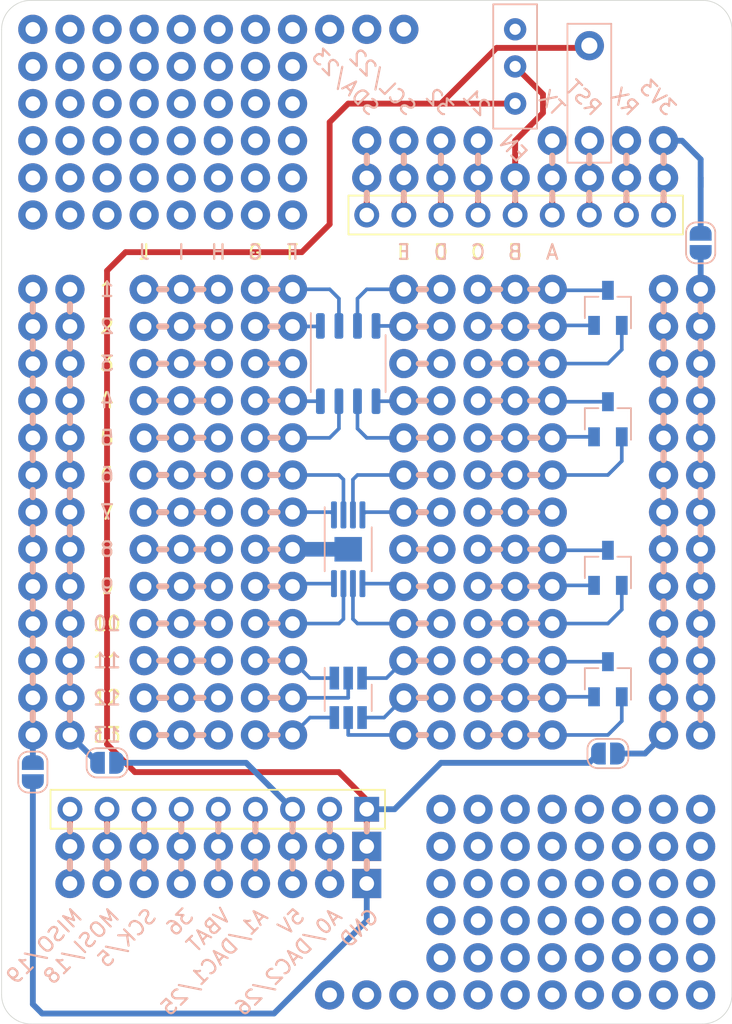
<source format=kicad_pcb>
(kicad_pcb (version 20171130) (host pcbnew 5.1.10-88a1d61d58~88~ubuntu18.04.1)
  (layers (0 F.Cu signal) (31 B.Cu signal) (34 B.Paste user) (35 F.Paste user) (36 B.SilkS user) (37 F.SilkS user) (38 B.Mask user) (39 F.Mask user) (44 Edge.Cuts user))
  (net 0 "")
  (module 222footprintsXp:ThroughHoleGND (layer F.Cu) (at 0 25.4)
    (fp_text reference REF** hide)
    (fp_text value ThroughHoleGND hide)
    (pad 1 thru_hole rect (at 0 0) (size 2 2) (drill 1) (layers *.Cu *.Mask))
  )
  (module 222footprintsXp:ThroughHoleGND (layer F.Cu) (at 0 22.86)
    (fp_text reference REF** hide)
    (fp_text value ThroughHoleGND hide)
    (pad 1 thru_hole rect (at 0 0) (size 2 2) (drill 1) (layers *.Cu *.Mask))
  )
  (module 222footprintsXp:SOT-23_Handsolder (layer B.Cu) (at 16.51 -6.35 90)
    (fp_text reference REF** hide)
    (fp_text value SOT-23_Handsolder hide)
    (pad 3 smd rect (at 1.2 0 90) (size 1.3 0.8) (layers B.Cu B.Paste B.Mask))
    (pad 2 smd rect (at -1.2 -0.95 90) (size 1.3 0.8) (layers B.Cu B.Paste B.Mask))
    (pad 1 smd rect (at -1.2 0.95 90) (size 1.3 0.8) (layers B.Cu B.Paste B.Mask))
  )
  (module 222footprintsXp:SOT-23_Handsolder (layer B.Cu) (at 16.51 -13.97 90)
    (fp_text reference REF** hide)
    (fp_text value SOT-23_Handsolder hide)
    (pad 1 smd rect (at -1.2 0.95 90) (size 1.3 0.8) (layers B.Cu B.Paste B.Mask))
    (pad 2 smd rect (at -1.2 -0.95 90) (size 1.3 0.8) (layers B.Cu B.Paste B.Mask))
    (pad 3 smd rect (at 1.2 0 90) (size 1.3 0.8) (layers B.Cu B.Paste B.Mask))
  )
  (module Package_TO_SOT_SMD:SOT-23-6_Handsoldering (layer B.Cu) (at -1.27 12.7 270)
    (fp_text reference REF** hide)
    (fp_text value SOT-23-6_Handsoldering hide)
    (pad 5 smd rect (at 1.35 0 270) (size 1.56 0.65) (layers B.Cu B.Paste B.Mask))
    (pad 6 smd rect (at 1.35 0.95 270) (size 1.56 0.65) (layers B.Cu B.Paste B.Mask))
    (pad 4 smd rect (at 1.35 -0.95 270) (size 1.56 0.65) (layers B.Cu B.Paste B.Mask))
    (pad 3 smd rect (at -1.35 -0.95 270) (size 1.56 0.65) (layers B.Cu B.Paste B.Mask))
    (pad 2 smd rect (at -1.35 0 270) (size 1.56 0.65) (layers B.Cu B.Paste B.Mask))
    (pad 1 smd rect (at -1.35 0.95 270) (size 1.56 0.65) (layers B.Cu B.Paste B.Mask))
  )
  (module 222footprintsXp:ThroughHoleConnect (layer F.Cu) (at 10.16 -22.86)
    (fp_text reference REF** hide)
    (fp_text value ThroughHoleConnect hide)
    (pad 1 thru_hole circle (at 0 0) (size 2 2) (drill 1) (layers *.Cu *.Mask))
  )
  (module 222footprintsXp:ThroughHoleConnect (layer F.Cu) (at -2.54 22.86)
    (fp_text reference REF** hide)
    (fp_text value ThroughHoleConnect hide)
    (pad 1 thru_hole circle (at 0 0) (size 2 2) (drill 1) (layers *.Cu *.Mask))
  )
  (module 222footprintsXp:ThroughHoleConnect (layer F.Cu) (at -7.62 22.86)
    (fp_text reference REF** hide)
    (fp_text value ThroughHoleConnect hide)
    (pad 1 thru_hole circle (at 0 0) (size 2 2) (drill 1) (layers *.Cu *.Mask))
  )
  (module 222footprintsXp:ThroughHoleConnect (layer F.Cu) (at -15.24 22.86)
    (fp_text reference REF** hide)
    (fp_text value ThroughHoleConnect hide)
    (pad 1 thru_hole circle (at 0 0) (size 2 2) (drill 1) (layers *.Cu *.Mask))
  )
  (module 222footprintsXp:ThroughHoleConnect (layer F.Cu) (at -12.7 22.86)
    (fp_text reference REF** hide)
    (fp_text value ThroughHoleConnect hide)
    (pad 1 thru_hole circle (at 0 0) (size 2 2) (drill 1) (layers *.Cu *.Mask))
  )
  (module 222footprintsXp:ThroughHoleConnect (layer F.Cu) (at -20.32 22.86)
    (fp_text reference REF** hide)
    (fp_text value ThroughHoleConnect hide)
    (pad 1 thru_hole circle (at 0 0) (size 2 2) (drill 1) (layers *.Cu *.Mask))
  )
  (module 222footprintsXp:ThroughHoleConnect (layer F.Cu) (at -17.78 22.86)
    (fp_text reference REF** hide)
    (fp_text value ThroughHoleConnect hide)
    (pad 1 thru_hole circle (at 0 0) (size 2 2) (drill 1) (layers *.Cu *.Mask))
  )
  (module 222footprintsXp:ThroughHoleConnect (layer F.Cu) (at -10.16 22.86)
    (fp_text reference REF** hide)
    (fp_text value ThroughHoleConnect hide)
    (pad 1 thru_hole circle (at 0 0) (size 2 2) (drill 1) (layers *.Cu *.Mask))
  )
  (module 222footprintsXp:ThroughHoleConnect (layer F.Cu) (at -5.08 22.86)
    (fp_text reference REF** hide)
    (fp_text value ThroughHoleConnect hide)
    (pad 1 thru_hole circle (at 0 0) (size 2 2) (drill 1) (layers *.Cu *.Mask))
  )
  (module 222footprintsXp:ThroughHoleConnect (layer F.Cu) (at 17.78 -22.86)
    (fp_text reference REF** hide)
    (fp_text value ThroughHoleConnect hide)
    (pad 1 thru_hole circle (at 0 0) (size 2 2) (drill 1) (layers *.Cu *.Mask))
  )
  (module 222footprintsXp:ThroughHoleConnect (layer F.Cu) (at 12.7 -22.86)
    (fp_text reference REF** hide)
    (fp_text value ThroughHoleConnect hide)
    (pad 1 thru_hole circle (at 0 0) (size 2 2) (drill 1) (layers *.Cu *.Mask))
  )
  (module 222footprintsXp:ThroughHoleConnect (layer F.Cu) (at 5.08 -22.86)
    (fp_text reference REF** hide)
    (fp_text value ThroughHoleConnect hide)
    (pad 1 thru_hole circle (at 0 0) (size 2 2) (drill 1) (layers *.Cu *.Mask))
  )
  (module 222footprintsXp:ThroughHoleConnect (layer F.Cu) (at 7.62 -22.86)
    (fp_text reference REF** hide)
    (fp_text value ThroughHoleConnect hide)
    (pad 1 thru_hole circle (at 0 0) (size 2 2) (drill 1) (layers *.Cu *.Mask))
  )
  (module 222footprintsXp:ThroughHoleConnect (layer F.Cu) (at 0 -22.86)
    (fp_text reference REF** hide)
    (fp_text value ThroughHoleConnect hide)
    (pad 1 thru_hole circle (at 0 0) (size 2 2) (drill 1) (layers *.Cu *.Mask))
  )
  (module 222footprintsXp:ThroughHoleConnect (layer F.Cu) (at 2.54 -22.86)
    (fp_text reference REF** hide)
    (fp_text value ThroughHoleConnect hide)
    (pad 1 thru_hole circle (at 0 0) (size 2 2) (drill 1) (layers *.Cu *.Mask))
  )
  (module 222footprintsXp:ThroughHoleConnect (layer F.Cu) (at 20.32 -22.86)
    (fp_text reference REF** hide)
    (fp_text value ThroughHoleConnect hide)
    (pad 1 thru_hole circle (at 0 0) (size 2 2) (drill 1) (layers *.Cu *.Mask))
  )
  (module 222footprintsXp:ThroughHoleConnect (layer F.Cu) (at 15.24 -22.86)
    (fp_text reference REF** hide)
    (fp_text value ThroughHoleConnect hide)
    (pad 1 thru_hole circle (at 0 0) (size 2 2) (drill 1) (layers *.Cu *.Mask))
  )
  (module 222footprintsXp:ThroughHoleConnect (layer F.Cu) (at 5.08 -25.4)
    (fp_text reference REF** hide)
    (fp_text value ThroughHoleConnect hide)
    (pad 1 thru_hole circle (at 0 0) (size 2 2) (drill 1) (layers *.Cu *.Mask))
  )
  (module 222footprintsXp:ThroughHoleConnect (layer F.Cu) (at 7.62 -25.4)
    (fp_text reference REF** hide)
    (fp_text value ThroughHoleConnect hide)
    (pad 1 thru_hole circle (at 0 0) (size 2 2) (drill 1) (layers *.Cu *.Mask))
  )
  (module 222footprintsXp:ThroughHoleConnect (layer F.Cu) (at 0 -25.4)
    (fp_text reference REF** hide)
    (fp_text value ThroughHoleConnect hide)
    (pad 1 thru_hole circle (at 0 0) (size 2 2) (drill 1) (layers *.Cu *.Mask))
  )
  (module 222footprintsXp:ThroughHoleConnect (layer F.Cu) (at 2.54 -25.4)
    (fp_text reference REF** hide)
    (fp_text value ThroughHoleConnect hide)
    (pad 1 thru_hole circle (at 0 0) (size 2 2) (drill 1) (layers *.Cu *.Mask))
  )
  (module 222footprintsXp:ThroughHoleConnect (layer F.Cu) (at 20.32 -25.4)
    (fp_text reference REF** hide)
    (fp_text value ThroughHoleConnect hide)
    (pad 1 thru_hole circle (at 0 0) (size 2 2) (drill 1) (layers *.Cu *.Mask))
  )
  (module 222footprintsXp:ThroughHoleConnect (layer F.Cu) (at 17.78 -25.4)
    (fp_text reference REF** hide)
    (fp_text value ThroughHoleConnect hide)
    (pad 1 thru_hole circle (at 0 0) (size 2 2) (drill 1) (layers *.Cu *.Mask))
  )
  (module 222footprintsXp:ThroughHoleConnect (layer F.Cu) (at 12.7 -25.4)
    (fp_text reference REF** hide)
    (fp_text value ThroughHoleConnect hide)
    (pad 1 thru_hole circle (at 0 0) (size 2 2) (drill 1) (layers *.Cu *.Mask))
  )
  (module 222footprintsXp:ThroughHoleConnect (layer F.Cu) (at -15.24 25.4)
    (fp_text reference REF** hide)
    (fp_text value ThroughHoleConnect hide)
    (pad 1 thru_hole circle (at 0 0) (size 2 2) (drill 1) (layers *.Cu *.Mask))
  )
  (module 222footprintsXp:ThroughHoleConnect (layer F.Cu) (at -12.7 25.4)
    (fp_text reference REF** hide)
    (fp_text value ThroughHoleConnect hide)
    (pad 1 thru_hole circle (at 0 0) (size 2 2) (drill 1) (layers *.Cu *.Mask))
  )
  (module 222footprintsXp:ThroughHoleConnect (layer F.Cu) (at -5.08 25.4)
    (fp_text reference REF** hide)
    (fp_text value ThroughHoleConnect hide)
    (pad 1 thru_hole circle (at 0 0) (size 2 2) (drill 1) (layers *.Cu *.Mask))
  )
  (module 222footprintsXp:ThroughHoleConnect (layer F.Cu) (at -10.16 25.4)
    (fp_text reference REF** hide)
    (fp_text value ThroughHoleConnect hide)
    (pad 1 thru_hole circle (at 0 0) (size 2 2) (drill 1) (layers *.Cu *.Mask))
  )
  (module 222footprintsXp:ThroughHoleConnect (layer F.Cu) (at -20.32 25.4)
    (fp_text reference REF** hide)
    (fp_text value ThroughHoleConnect hide)
    (pad 1 thru_hole circle (at 0 0) (size 2 2) (drill 1) (layers *.Cu *.Mask))
  )
  (module 222footprintsXp:ThroughHoleConnect (layer F.Cu) (at -17.78 25.4)
    (fp_text reference REF** hide)
    (fp_text value ThroughHoleConnect hide)
    (pad 1 thru_hole circle (at 0 0) (size 2 2) (drill 1) (layers *.Cu *.Mask))
  )
  (module 222footprintsXp:ThroughHoleConnect (layer F.Cu) (at -2.54 25.4)
    (fp_text reference REF** hide)
    (fp_text value ThroughHoleConnect hide)
    (pad 1 thru_hole circle (at 0 0) (size 2 2) (drill 1) (layers *.Cu *.Mask))
  )
  (module 222footprintsXp:ThroughHoleConnect (layer F.Cu) (at -7.62 25.4)
    (fp_text reference REF** hide)
    (fp_text value ThroughHoleConnect hide)
    (pad 1 thru_hole circle (at 0 0) (size 2 2) (drill 1) (layers *.Cu *.Mask))
  )
  (module 222footprintsXp:ThroughHoleRail (layer F.Cu) (at -22.86 -15.24)
    (fp_text reference REF** hide)
    (fp_text value ThroughHoleRail hide)
    (pad 1 thru_hole circle (at 0 0) (size 2 2) (drill 1) (layers *.Cu *.Mask))
  )
  (module 222footprintsXp:ThroughHoleRail (layer F.Cu) (at -20.32 10.16)
    (fp_text reference REF** hide)
    (fp_text value ThroughHoleRail hide)
    (pad 1 thru_hole circle (at 0 0) (size 2 2) (drill 1) (layers *.Cu *.Mask))
  )
  (module 222footprintsXp:ThroughHoleRail (layer F.Cu) (at -20.32 2.54)
    (fp_text reference REF** hide)
    (fp_text value ThroughHoleRail hide)
    (pad 1 thru_hole circle (at 0 0) (size 2 2) (drill 1) (layers *.Cu *.Mask))
  )
  (module 222footprintsXp:ThroughHoleRail (layer F.Cu) (at -20.32 -10.16)
    (fp_text reference REF** hide)
    (fp_text value ThroughHoleRail hide)
    (pad 1 thru_hole circle (at 0 0) (size 2 2) (drill 1) (layers *.Cu *.Mask))
  )
  (module 222footprintsXp:ThroughHoleRail (layer F.Cu) (at -20.32 7.62)
    (fp_text reference REF** hide)
    (fp_text value ThroughHoleRail hide)
    (pad 1 thru_hole circle (at 0 0) (size 2 2) (drill 1) (layers *.Cu *.Mask))
  )
  (module 222footprintsXp:ThroughHoleRail (layer F.Cu) (at -20.32 -12.7)
    (fp_text reference REF** hide)
    (fp_text value ThroughHoleRail hide)
    (pad 1 thru_hole circle (at 0 0) (size 2 2) (drill 1) (layers *.Cu *.Mask))
  )
  (module 222footprintsXp:ThroughHoleRail (layer F.Cu) (at -20.32 0)
    (fp_text reference REF** hide)
    (fp_text value ThroughHoleRail hide)
    (pad 1 thru_hole circle (at 0 0) (size 2 2) (drill 1) (layers *.Cu *.Mask))
  )
  (module 222footprintsXp:ThroughHoleRail (layer F.Cu) (at -20.32 -15.24)
    (fp_text reference REF** hide)
    (fp_text value ThroughHoleRail hide)
    (pad 1 thru_hole circle (at 0 0) (size 2 2) (drill 1) (layers *.Cu *.Mask))
  )
  (module 222footprintsXp:ThroughHoleRail (layer F.Cu) (at -20.32 5.08)
    (fp_text reference REF** hide)
    (fp_text value ThroughHoleRail hide)
    (pad 1 thru_hole circle (at 0 0) (size 2 2) (drill 1) (layers *.Cu *.Mask))
  )
  (module 222footprintsXp:ThroughHoleRail (layer F.Cu) (at -20.32 -7.62)
    (fp_text reference REF** hide)
    (fp_text value ThroughHoleRail hide)
    (pad 1 thru_hole circle (at 0 0) (size 2 2) (drill 1) (layers *.Cu *.Mask))
  )
  (module 222footprintsXp:ThroughHoleRail (layer F.Cu) (at -20.32 -2.54)
    (fp_text reference REF** hide)
    (fp_text value ThroughHoleRail hide)
    (pad 1 thru_hole circle (at 0 0) (size 2 2) (drill 1) (layers *.Cu *.Mask))
  )
  (module 222footprintsXp:ThroughHoleRail (layer F.Cu) (at -20.32 12.7)
    (fp_text reference REF** hide)
    (fp_text value ThroughHoleRail hide)
    (pad 1 thru_hole circle (at 0 0) (size 2 2) (drill 1) (layers *.Cu *.Mask))
  )
  (module 222footprintsXp:ThroughHoleRail (layer F.Cu) (at -20.32 -5.08)
    (fp_text reference REF** hide)
    (fp_text value ThroughHoleRail hide)
    (pad 1 thru_hole circle (at 0 0) (size 2 2) (drill 1) (layers *.Cu *.Mask))
  )
  (module 222footprintsXp:ThroughHoleRail (layer F.Cu) (at -20.32 15.24)
    (fp_text reference REF** hide)
    (fp_text value ThroughHoleRail hide)
    (pad 1 thru_hole circle (at 0 0) (size 2 2) (drill 1) (layers *.Cu *.Mask))
  )
  (module 222footprintsXp:ThroughHoleRail (layer F.Cu) (at -22.86 15.24)
    (fp_text reference REF** hide)
    (fp_text value ThroughHoleRail hide)
    (pad 1 thru_hole circle (at 0 0) (size 2 2) (drill 1) (layers *.Cu *.Mask))
  )
  (module 222footprintsXp:ThroughHoleRail (layer F.Cu) (at -22.86 12.7)
    (fp_text reference REF** hide)
    (fp_text value ThroughHoleRail hide)
    (pad 1 thru_hole circle (at 0 0) (size 2 2) (drill 1) (layers *.Cu *.Mask))
  )
  (module 222footprintsXp:ThroughHoleRail (layer F.Cu) (at -22.86 10.16)
    (fp_text reference REF** hide)
    (fp_text value ThroughHoleRail hide)
    (pad 1 thru_hole circle (at 0 0) (size 2 2) (drill 1) (layers *.Cu *.Mask))
  )
  (module 222footprintsXp:ThroughHoleRail (layer F.Cu) (at -22.86 2.54)
    (fp_text reference REF** hide)
    (fp_text value ThroughHoleRail hide)
    (pad 1 thru_hole circle (at 0 0) (size 2 2) (drill 1) (layers *.Cu *.Mask))
  )
  (module 222footprintsXp:ThroughHoleRail (layer F.Cu) (at -22.86 -10.16)
    (fp_text reference REF** hide)
    (fp_text value ThroughHoleRail hide)
    (pad 1 thru_hole circle (at 0 0) (size 2 2) (drill 1) (layers *.Cu *.Mask))
  )
  (module 222footprintsXp:ThroughHoleRail (layer F.Cu) (at -22.86 -12.7)
    (fp_text reference REF** hide)
    (fp_text value ThroughHoleRail hide)
    (pad 1 thru_hole circle (at 0 0) (size 2 2) (drill 1) (layers *.Cu *.Mask))
  )
  (module 222footprintsXp:ThroughHoleRail (layer F.Cu) (at -22.86 0)
    (fp_text reference REF** hide)
    (fp_text value ThroughHoleRail hide)
    (pad 1 thru_hole circle (at 0 0) (size 2 2) (drill 1) (layers *.Cu *.Mask))
  )
  (module 222footprintsXp:ThroughHoleRail (layer F.Cu) (at -22.86 -5.08)
    (fp_text reference REF** hide)
    (fp_text value ThroughHoleRail hide)
    (pad 1 thru_hole circle (at 0 0) (size 2 2) (drill 1) (layers *.Cu *.Mask))
  )
  (module 222footprintsXp:ThroughHoleRail (layer F.Cu) (at -22.86 -2.54)
    (fp_text reference REF** hide)
    (fp_text value ThroughHoleRail hide)
    (pad 1 thru_hole circle (at 0 0) (size 2 2) (drill 1) (layers *.Cu *.Mask))
  )
  (module 222footprintsXp:ThroughHoleRail (layer F.Cu) (at -22.86 7.62)
    (fp_text reference REF** hide)
    (fp_text value ThroughHoleRail hide)
    (pad 1 thru_hole circle (at 0 0) (size 2 2) (drill 1) (layers *.Cu *.Mask))
  )
  (module 222footprintsXp:ThroughHoleRail (layer F.Cu) (at -22.86 5.08)
    (fp_text reference REF** hide)
    (fp_text value ThroughHoleRail hide)
    (pad 1 thru_hole circle (at 0 0) (size 2 2) (drill 1) (layers *.Cu *.Mask))
  )
  (module 222footprintsXp:ThroughHoleRail (layer F.Cu) (at -22.86 -7.62)
    (fp_text reference REF** hide)
    (fp_text value ThroughHoleRail hide)
    (pad 1 thru_hole circle (at 0 0) (size 2 2) (drill 1) (layers *.Cu *.Mask))
  )
  (module 222footprintsXp:ThroughHoleRail (layer F.Cu) (at 20.32 15.24)
    (fp_text reference REF** hide)
    (fp_text value ThroughHoleRail hide)
    (pad 1 thru_hole circle (at 0 0) (size 2 2) (drill 1) (layers *.Cu *.Mask))
  )
  (module 222footprintsXp:ThroughHoleRail (layer F.Cu) (at 20.32 12.7)
    (fp_text reference REF** hide)
    (fp_text value ThroughHoleRail hide)
    (pad 1 thru_hole circle (at 0 0) (size 2 2) (drill 1) (layers *.Cu *.Mask))
  )
  (module 222footprintsXp:ThroughHoleRail (layer F.Cu) (at 20.32 10.16)
    (fp_text reference REF** hide)
    (fp_text value ThroughHoleRail hide)
    (pad 1 thru_hole circle (at 0 0) (size 2 2) (drill 1) (layers *.Cu *.Mask))
  )
  (module 222footprintsXp:ThroughHoleRail (layer F.Cu) (at 20.32 7.62)
    (fp_text reference REF** hide)
    (fp_text value ThroughHoleRail hide)
    (pad 1 thru_hole circle (at 0 0) (size 2 2) (drill 1) (layers *.Cu *.Mask))
  )
  (module 222footprintsXp:ThroughHoleRail (layer F.Cu) (at 20.32 5.08)
    (fp_text reference REF** hide)
    (fp_text value ThroughHoleRail hide)
    (pad 1 thru_hole circle (at 0 0) (size 2 2) (drill 1) (layers *.Cu *.Mask))
  )
  (module 222footprintsXp:ThroughHoleRail (layer F.Cu) (at 20.32 2.54)
    (fp_text reference REF** hide)
    (fp_text value ThroughHoleRail hide)
    (pad 1 thru_hole circle (at 0 0) (size 2 2) (drill 1) (layers *.Cu *.Mask))
  )
  (module 222footprintsXp:ThroughHoleRail (layer F.Cu) (at 20.32 0)
    (fp_text reference REF** hide)
    (fp_text value ThroughHoleRail hide)
    (pad 1 thru_hole circle (at 0 0) (size 2 2) (drill 1) (layers *.Cu *.Mask))
  )
  (module 222footprintsXp:ThroughHoleRail (layer F.Cu) (at 20.32 -2.54)
    (fp_text reference REF** hide)
    (fp_text value ThroughHoleRail hide)
    (pad 1 thru_hole circle (at 0 0) (size 2 2) (drill 1) (layers *.Cu *.Mask))
  )
  (module 222footprintsXp:ThroughHoleRail (layer F.Cu) (at 20.32 -5.08)
    (fp_text reference REF** hide)
    (fp_text value ThroughHoleRail hide)
    (pad 1 thru_hole circle (at 0 0) (size 2 2) (drill 1) (layers *.Cu *.Mask))
  )
  (module 222footprintsXp:ThroughHoleRail (layer F.Cu) (at 20.32 -7.62)
    (fp_text reference REF** hide)
    (fp_text value ThroughHoleRail hide)
    (pad 1 thru_hole circle (at 0 0) (size 2 2) (drill 1) (layers *.Cu *.Mask))
  )
  (module 222footprintsXp:ThroughHoleRail (layer F.Cu) (at 20.32 -10.16)
    (fp_text reference REF** hide)
    (fp_text value ThroughHoleRail hide)
    (pad 1 thru_hole circle (at 0 0) (size 2 2) (drill 1) (layers *.Cu *.Mask))
  )
  (module 222footprintsXp:ThroughHoleRail (layer F.Cu) (at 20.32 -12.7)
    (fp_text reference REF** hide)
    (fp_text value ThroughHoleRail hide)
    (pad 1 thru_hole circle (at 0 0) (size 2 2) (drill 1) (layers *.Cu *.Mask))
  )
  (module 222footprintsXp:ThroughHoleRail (layer F.Cu) (at 20.32 -15.24)
    (fp_text reference REF** hide)
    (fp_text value ThroughHoleRail hide)
    (pad 1 thru_hole circle (at 0 0) (size 2 2) (drill 1) (layers *.Cu *.Mask))
  )
  (module 222footprintsXp:ThroughHoleRail (layer F.Cu) (at 22.86 15.24)
    (fp_text reference REF** hide)
    (fp_text value ThroughHoleRail hide)
    (pad 1 thru_hole circle (at 0 0) (size 2 2) (drill 1) (layers *.Cu *.Mask))
  )
  (module 222footprintsXp:ThroughHoleRail (layer F.Cu) (at 22.86 12.7)
    (fp_text reference REF** hide)
    (fp_text value ThroughHoleRail hide)
    (pad 1 thru_hole circle (at 0 0) (size 2 2) (drill 1) (layers *.Cu *.Mask))
  )
  (module 222footprintsXp:ThroughHoleRail (layer F.Cu) (at 22.86 10.16)
    (fp_text reference REF** hide)
    (fp_text value ThroughHoleRail hide)
    (pad 1 thru_hole circle (at 0 0) (size 2 2) (drill 1) (layers *.Cu *.Mask))
  )
  (module 222footprintsXp:ThroughHoleRail (layer F.Cu) (at 22.86 7.62)
    (fp_text reference REF** hide)
    (fp_text value ThroughHoleRail hide)
    (pad 1 thru_hole circle (at 0 0) (size 2 2) (drill 1) (layers *.Cu *.Mask))
  )
  (module 222footprintsXp:ThroughHoleRail (layer F.Cu) (at 22.86 5.08)
    (fp_text reference REF** hide)
    (fp_text value ThroughHoleRail hide)
    (pad 1 thru_hole circle (at 0 0) (size 2 2) (drill 1) (layers *.Cu *.Mask))
  )
  (module 222footprintsXp:ThroughHoleRail (layer F.Cu) (at 22.86 2.54)
    (fp_text reference REF** hide)
    (fp_text value ThroughHoleRail hide)
    (pad 1 thru_hole circle (at 0 0) (size 2 2) (drill 1) (layers *.Cu *.Mask))
  )
  (module 222footprintsXp:ThroughHoleRail (layer F.Cu) (at 22.86 0)
    (fp_text reference REF** hide)
    (fp_text value ThroughHoleRail hide)
    (pad 1 thru_hole circle (at 0 0) (size 2 2) (drill 1) (layers *.Cu *.Mask))
  )
  (module 222footprintsXp:ThroughHoleRail (layer F.Cu) (at 22.86 -2.54)
    (fp_text reference REF** hide)
    (fp_text value ThroughHoleRail hide)
    (pad 1 thru_hole circle (at 0 0) (size 2 2) (drill 1) (layers *.Cu *.Mask))
  )
  (module 222footprintsXp:ThroughHoleRail (layer F.Cu) (at 22.86 -5.08)
    (fp_text reference REF** hide)
    (fp_text value ThroughHoleRail hide)
    (pad 1 thru_hole circle (at 0 0) (size 2 2) (drill 1) (layers *.Cu *.Mask))
  )
  (module 222footprintsXp:ThroughHoleRail (layer F.Cu) (at 22.86 -7.62)
    (fp_text reference REF** hide)
    (fp_text value ThroughHoleRail hide)
    (pad 1 thru_hole circle (at 0 0) (size 2 2) (drill 1) (layers *.Cu *.Mask))
  )
  (module 222footprintsXp:ThroughHoleRail (layer F.Cu) (at 22.86 -10.16)
    (fp_text reference REF** hide)
    (fp_text value ThroughHoleRail hide)
    (pad 1 thru_hole circle (at 0 0) (size 2 2) (drill 1) (layers *.Cu *.Mask))
  )
  (module 222footprintsXp:ThroughHoleRail (layer F.Cu) (at 22.86 -12.7)
    (fp_text reference REF** hide)
    (fp_text value ThroughHoleRail hide)
    (pad 1 thru_hole circle (at 0 0) (size 2 2) (drill 1) (layers *.Cu *.Mask))
  )
  (module 222footprintsXp:ThroughHoleRail (layer F.Cu) (at 22.86 -15.24)
    (fp_text reference REF** hide)
    (fp_text value ThroughHoleRail hide)
    (pad 1 thru_hole circle (at 0 0) (size 2 2) (drill 1) (layers *.Cu *.Mask))
  )
  (module 222footprintsXp:ThroughHole (layer F.Cu) (at 5.08 7.62)
    (fp_text reference REF** hide)
    (fp_text value ThroughHole hide)
    (pad 1 thru_hole circle (at 0 0) (size 2 2) (drill 1) (layers *.Cu *.Mask))
  )
  (module 222footprintsXp:ThroughHole (layer F.Cu) (at 2.54 -5.08)
    (fp_text reference REF** hide)
    (fp_text value ThroughHole hide)
    (pad 1 thru_hole circle (at 0 0) (size 2 2) (drill 1) (layers *.Cu *.Mask))
  )
  (module 222footprintsXp:ThroughHole (layer F.Cu) (at 2.54 15.24)
    (fp_text reference REF** hide)
    (fp_text value ThroughHole hide)
    (pad 1 thru_hole circle (at 0 0) (size 2 2) (drill 1) (layers *.Cu *.Mask))
  )
  (module 222footprintsXp:ThroughHole (layer F.Cu) (at 2.54 -7.62)
    (fp_text reference REF** hide)
    (fp_text value ThroughHole hide)
    (pad 1 thru_hole circle (at 0 0) (size 2 2) (drill 1) (layers *.Cu *.Mask))
  )
  (module 222footprintsXp:ThroughHole (layer F.Cu) (at 2.54 -10.16)
    (fp_text reference REF** hide)
    (fp_text value ThroughHole hide)
    (pad 1 thru_hole circle (at 0 0) (size 2 2) (drill 1) (layers *.Cu *.Mask))
  )
  (module 222footprintsXp:ThroughHole (layer F.Cu) (at 2.54 12.7)
    (fp_text reference REF** hide)
    (fp_text value ThroughHole hide)
    (pad 1 thru_hole circle (at 0 0) (size 2 2) (drill 1) (layers *.Cu *.Mask))
  )
  (module 222footprintsXp:ThroughHole (layer F.Cu) (at 2.54 10.16)
    (fp_text reference REF** hide)
    (fp_text value ThroughHole hide)
    (pad 1 thru_hole circle (at 0 0) (size 2 2) (drill 1) (layers *.Cu *.Mask))
  )
  (module 222footprintsXp:ThroughHole (layer F.Cu) (at 2.54 -12.7)
    (fp_text reference REF** hide)
    (fp_text value ThroughHole hide)
    (pad 1 thru_hole circle (at 0 0) (size 2 2) (drill 1) (layers *.Cu *.Mask))
  )
  (module 222footprintsXp:ThroughHole (layer F.Cu) (at 2.54 7.62)
    (fp_text reference REF** hide)
    (fp_text value ThroughHole hide)
    (pad 1 thru_hole circle (at 0 0) (size 2 2) (drill 1) (layers *.Cu *.Mask))
  )
  (module 222footprintsXp:ThroughHole (layer F.Cu) (at 2.54 5.08)
    (fp_text reference REF** hide)
    (fp_text value ThroughHole hide)
    (pad 1 thru_hole circle (at 0 0) (size 2 2) (drill 1) (layers *.Cu *.Mask))
  )
  (module 222footprintsXp:ThroughHole (layer F.Cu) (at 5.08 -15.24)
    (fp_text reference REF** hide)
    (fp_text value ThroughHole hide)
    (pad 1 thru_hole circle (at 0 0) (size 2 2) (drill 1) (layers *.Cu *.Mask))
  )
  (module 222footprintsXp:ThroughHole (layer F.Cu) (at 2.54 2.54)
    (fp_text reference REF** hide)
    (fp_text value ThroughHole hide)
    (pad 1 thru_hole circle (at 0 0) (size 2 2) (drill 1) (layers *.Cu *.Mask))
  )
  (module 222footprintsXp:ThroughHole (layer F.Cu) (at 2.54 -15.24)
    (fp_text reference REF** hide)
    (fp_text value ThroughHole hide)
    (pad 1 thru_hole circle (at 0 0) (size 2 2) (drill 1) (layers *.Cu *.Mask))
  )
  (module 222footprintsXp:ThroughHole (layer F.Cu) (at 5.08 15.24)
    (fp_text reference REF** hide)
    (fp_text value ThroughHole hide)
    (pad 1 thru_hole circle (at 0 0) (size 2 2) (drill 1) (layers *.Cu *.Mask))
  )
  (module 222footprintsXp:ThroughHole (layer F.Cu) (at 5.08 12.7)
    (fp_text reference REF** hide)
    (fp_text value ThroughHole hide)
    (pad 1 thru_hole circle (at 0 0) (size 2 2) (drill 1) (layers *.Cu *.Mask))
  )
  (module 222footprintsXp:ThroughHole (layer F.Cu) (at 2.54 0)
    (fp_text reference REF** hide)
    (fp_text value ThroughHole hide)
    (pad 1 thru_hole circle (at 0 0) (size 2 2) (drill 1) (layers *.Cu *.Mask))
  )
  (module 222footprintsXp:ThroughHole (layer F.Cu) (at 5.08 5.08)
    (fp_text reference REF** hide)
    (fp_text value ThroughHole hide)
    (pad 1 thru_hole circle (at 0 0) (size 2 2) (drill 1) (layers *.Cu *.Mask))
  )
  (module 222footprintsXp:ThroughHole (layer F.Cu) (at 5.08 2.54)
    (fp_text reference REF** hide)
    (fp_text value ThroughHole hide)
    (pad 1 thru_hole circle (at 0 0) (size 2 2) (drill 1) (layers *.Cu *.Mask))
  )
  (module 222footprintsXp:ThroughHole (layer F.Cu) (at 5.08 0)
    (fp_text reference REF** hide)
    (fp_text value ThroughHole hide)
    (pad 1 thru_hole circle (at 0 0) (size 2 2) (drill 1) (layers *.Cu *.Mask))
  )
  (module 222footprintsXp:ThroughHole (layer F.Cu) (at 5.08 -2.54)
    (fp_text reference REF** hide)
    (fp_text value ThroughHole hide)
    (pad 1 thru_hole circle (at 0 0) (size 2 2) (drill 1) (layers *.Cu *.Mask))
  )
  (module 222footprintsXp:ThroughHole (layer F.Cu) (at 5.08 -5.08)
    (fp_text reference REF** hide)
    (fp_text value ThroughHole hide)
    (pad 1 thru_hole circle (at 0 0) (size 2 2) (drill 1) (layers *.Cu *.Mask))
  )
  (module 222footprintsXp:ThroughHole (layer F.Cu) (at 5.08 -7.62)
    (fp_text reference REF** hide)
    (fp_text value ThroughHole hide)
    (pad 1 thru_hole circle (at 0 0) (size 2 2) (drill 1) (layers *.Cu *.Mask))
  )
  (module 222footprintsXp:ThroughHole (layer F.Cu) (at 5.08 -10.16)
    (fp_text reference REF** hide)
    (fp_text value ThroughHole hide)
    (pad 1 thru_hole circle (at 0 0) (size 2 2) (drill 1) (layers *.Cu *.Mask))
  )
  (module 222footprintsXp:ThroughHole (layer F.Cu) (at 5.08 -12.7)
    (fp_text reference REF** hide)
    (fp_text value ThroughHole hide)
    (pad 1 thru_hole circle (at 0 0) (size 2 2) (drill 1) (layers *.Cu *.Mask))
  )
  (module 222footprintsXp:ThroughHole (layer F.Cu) (at 2.54 -2.54)
    (fp_text reference REF** hide)
    (fp_text value ThroughHole hide)
    (pad 1 thru_hole circle (at 0 0) (size 2 2) (drill 1) (layers *.Cu *.Mask))
  )
  (module 222footprintsXp:ThroughHole (layer F.Cu) (at 5.08 10.16)
    (fp_text reference REF** hide)
    (fp_text value ThroughHole hide)
    (pad 1 thru_hole circle (at 0 0) (size 2 2) (drill 1) (layers *.Cu *.Mask))
  )
  (module 222footprintsXp:ThroughHole (layer F.Cu) (at -2.54 -33.02)
    (fp_text reference REF** hide)
    (fp_text value ThroughHole hide)
    (pad 1 thru_hole circle (at 0 0) (size 2 2) (drill 1) (layers *.Cu *.Mask))
  )
  (module 222footprintsXp:ThroughHole (layer F.Cu) (at 0 -33.02)
    (fp_text reference REF** hide)
    (fp_text value ThroughHole hide)
    (pad 1 thru_hole circle (at 0 0) (size 2 2) (drill 1) (layers *.Cu *.Mask))
  )
  (module 222footprintsXp:ThroughHole (layer F.Cu) (at 2.54 -33.02)
    (fp_text reference REF** hide)
    (fp_text value ThroughHole hide)
    (pad 1 thru_hole circle (at 0 0) (size 2 2) (drill 1) (layers *.Cu *.Mask))
  )
  (module 222footprintsXp:ThroughHole (layer F.Cu) (at -15.24 -20.32)
    (fp_text reference REF** hide)
    (fp_text value ThroughHole hide)
    (pad 1 thru_hole circle (at 0 0) (size 2 2) (drill 1) (layers *.Cu *.Mask))
  )
  (module 222footprintsXp:ThroughHole (layer F.Cu) (at -7.62 -20.32)
    (fp_text reference REF** hide)
    (fp_text value ThroughHole hide)
    (pad 1 thru_hole circle (at 0 0) (size 2 2) (drill 1) (layers *.Cu *.Mask))
  )
  (module 222footprintsXp:ThroughHole (layer F.Cu) (at -17.78 -20.32)
    (fp_text reference REF** hide)
    (fp_text value ThroughHole hide)
    (pad 1 thru_hole circle (at 0 0) (size 2 2) (drill 1) (layers *.Cu *.Mask))
  )
  (module 222footprintsXp:ThroughHole (layer F.Cu) (at -5.08 -20.32)
    (fp_text reference REF** hide)
    (fp_text value ThroughHole hide)
    (pad 1 thru_hole circle (at 0 0) (size 2 2) (drill 1) (layers *.Cu *.Mask))
  )
  (module 222footprintsXp:ThroughHole (layer F.Cu) (at -20.32 -20.32)
    (fp_text reference REF** hide)
    (fp_text value ThroughHole hide)
    (pad 1 thru_hole circle (at 0 0) (size 2 2) (drill 1) (layers *.Cu *.Mask))
  )
  (module 222footprintsXp:ThroughHole (layer F.Cu) (at -12.7 -20.32)
    (fp_text reference REF** hide)
    (fp_text value ThroughHole hide)
    (pad 1 thru_hole circle (at 0 0) (size 2 2) (drill 1) (layers *.Cu *.Mask))
  )
  (module 222footprintsXp:ThroughHole (layer F.Cu) (at -10.16 -20.32)
    (fp_text reference REF** hide)
    (fp_text value ThroughHole hide)
    (pad 1 thru_hole circle (at 0 0) (size 2 2) (drill 1) (layers *.Cu *.Mask))
  )
  (module 222footprintsXp:ThroughHole (layer F.Cu) (at -22.86 -25.4)
    (fp_text reference REF** hide)
    (fp_text value ThroughHole hide)
    (pad 1 thru_hole circle (at 0 0) (size 2 2) (drill 1) (layers *.Cu *.Mask))
  )
  (module 222footprintsXp:ThroughHole (layer F.Cu) (at -22.86 -33.02)
    (fp_text reference REF** hide)
    (fp_text value ThroughHole hide)
    (pad 1 thru_hole circle (at 0 0) (size 2 2) (drill 1) (layers *.Cu *.Mask))
  )
  (module 222footprintsXp:ThroughHole (layer F.Cu) (at -10.16 -22.86)
    (fp_text reference REF** hide)
    (fp_text value ThroughHole hide)
    (pad 1 thru_hole circle (at 0 0) (size 2 2) (drill 1) (layers *.Cu *.Mask))
  )
  (module 222footprintsXp:ThroughHole (layer F.Cu) (at -22.86 -20.32)
    (fp_text reference REF** hide)
    (fp_text value ThroughHole hide)
    (pad 1 thru_hole circle (at 0 0) (size 2 2) (drill 1) (layers *.Cu *.Mask))
  )
  (module 222footprintsXp:ThroughHole (layer F.Cu) (at -15.24 -22.86)
    (fp_text reference REF** hide)
    (fp_text value ThroughHole hide)
    (pad 1 thru_hole circle (at 0 0) (size 2 2) (drill 1) (layers *.Cu *.Mask))
  )
  (module 222footprintsXp:ThroughHole (layer F.Cu) (at -10.16 -25.4)
    (fp_text reference REF** hide)
    (fp_text value ThroughHole hide)
    (pad 1 thru_hole circle (at 0 0) (size 2 2) (drill 1) (layers *.Cu *.Mask))
  )
  (module 222footprintsXp:ThroughHole (layer F.Cu) (at -5.08 -22.86)
    (fp_text reference REF** hide)
    (fp_text value ThroughHole hide)
    (pad 1 thru_hole circle (at 0 0) (size 2 2) (drill 1) (layers *.Cu *.Mask))
  )
  (module 222footprintsXp:ThroughHole (layer F.Cu) (at -7.62 -25.4)
    (fp_text reference REF** hide)
    (fp_text value ThroughHole hide)
    (pad 1 thru_hole circle (at 0 0) (size 2 2) (drill 1) (layers *.Cu *.Mask))
  )
  (module 222footprintsXp:ThroughHole (layer F.Cu) (at -7.62 -22.86)
    (fp_text reference REF** hide)
    (fp_text value ThroughHole hide)
    (pad 1 thru_hole circle (at 0 0) (size 2 2) (drill 1) (layers *.Cu *.Mask))
  )
  (module 222footprintsXp:ThroughHole (layer F.Cu) (at -12.7 -22.86)
    (fp_text reference REF** hide)
    (fp_text value ThroughHole hide)
    (pad 1 thru_hole circle (at 0 0) (size 2 2) (drill 1) (layers *.Cu *.Mask))
  )
  (module 222footprintsXp:ThroughHole (layer F.Cu) (at -17.78 -22.86)
    (fp_text reference REF** hide)
    (fp_text value ThroughHole hide)
    (pad 1 thru_hole circle (at 0 0) (size 2 2) (drill 1) (layers *.Cu *.Mask))
  )
  (module 222footprintsXp:ThroughHole (layer F.Cu) (at -20.32 -22.86)
    (fp_text reference REF** hide)
    (fp_text value ThroughHole hide)
    (pad 1 thru_hole circle (at 0 0) (size 2 2) (drill 1) (layers *.Cu *.Mask))
  )
  (module 222footprintsXp:ThroughHole (layer F.Cu) (at -22.86 -22.86)
    (fp_text reference REF** hide)
    (fp_text value ThroughHole hide)
    (pad 1 thru_hole circle (at 0 0) (size 2 2) (drill 1) (layers *.Cu *.Mask))
  )
  (module 222footprintsXp:ThroughHole (layer F.Cu) (at -5.08 -25.4)
    (fp_text reference REF** hide)
    (fp_text value ThroughHole hide)
    (pad 1 thru_hole circle (at 0 0) (size 2 2) (drill 1) (layers *.Cu *.Mask))
  )
  (module 222footprintsXp:ThroughHole (layer F.Cu) (at -12.7 -25.4)
    (fp_text reference REF** hide)
    (fp_text value ThroughHole hide)
    (pad 1 thru_hole circle (at 0 0) (size 2 2) (drill 1) (layers *.Cu *.Mask))
  )
  (module 222footprintsXp:ThroughHole (layer F.Cu) (at -15.24 -25.4)
    (fp_text reference REF** hide)
    (fp_text value ThroughHole hide)
    (pad 1 thru_hole circle (at 0 0) (size 2 2) (drill 1) (layers *.Cu *.Mask))
  )
  (module 222footprintsXp:ThroughHole (layer F.Cu) (at -17.78 -25.4)
    (fp_text reference REF** hide)
    (fp_text value ThroughHole hide)
    (pad 1 thru_hole circle (at 0 0) (size 2 2) (drill 1) (layers *.Cu *.Mask))
  )
  (module 222footprintsXp:ThroughHole (layer F.Cu) (at -20.32 -25.4)
    (fp_text reference REF** hide)
    (fp_text value ThroughHole hide)
    (pad 1 thru_hole circle (at 0 0) (size 2 2) (drill 1) (layers *.Cu *.Mask))
  )
  (module 222footprintsXp:ThroughHole (layer F.Cu) (at -5.08 -27.94)
    (fp_text reference REF** hide)
    (fp_text value ThroughHole hide)
    (pad 1 thru_hole circle (at 0 0) (size 2 2) (drill 1) (layers *.Cu *.Mask))
  )
  (module 222footprintsXp:ThroughHole (layer F.Cu) (at -10.16 -27.94)
    (fp_text reference REF** hide)
    (fp_text value ThroughHole hide)
    (pad 1 thru_hole circle (at 0 0) (size 2 2) (drill 1) (layers *.Cu *.Mask))
  )
  (module 222footprintsXp:ThroughHole (layer F.Cu) (at -12.7 -27.94)
    (fp_text reference REF** hide)
    (fp_text value ThroughHole hide)
    (pad 1 thru_hole circle (at 0 0) (size 2 2) (drill 1) (layers *.Cu *.Mask))
  )
  (module 222footprintsXp:ThroughHole (layer F.Cu) (at -15.24 -27.94)
    (fp_text reference REF** hide)
    (fp_text value ThroughHole hide)
    (pad 1 thru_hole circle (at 0 0) (size 2 2) (drill 1) (layers *.Cu *.Mask))
  )
  (module 222footprintsXp:ThroughHole (layer F.Cu) (at -17.78 -30.48)
    (fp_text reference REF** hide)
    (fp_text value ThroughHole hide)
    (pad 1 thru_hole circle (at 0 0) (size 2 2) (drill 1) (layers *.Cu *.Mask))
  )
  (module 222footprintsXp:ThroughHole (layer F.Cu) (at -20.32 -33.02)
    (fp_text reference REF** hide)
    (fp_text value ThroughHole hide)
    (pad 1 thru_hole circle (at 0 0) (size 2 2) (drill 1) (layers *.Cu *.Mask))
  )
  (module 222footprintsXp:ThroughHole (layer F.Cu) (at -20.32 -27.94)
    (fp_text reference REF** hide)
    (fp_text value ThroughHole hide)
    (pad 1 thru_hole circle (at 0 0) (size 2 2) (drill 1) (layers *.Cu *.Mask))
  )
  (module 222footprintsXp:ThroughHole (layer F.Cu) (at -22.86 -30.48)
    (fp_text reference REF** hide)
    (fp_text value ThroughHole hide)
    (pad 1 thru_hole circle (at 0 0) (size 2 2) (drill 1) (layers *.Cu *.Mask))
  )
  (module 222footprintsXp:ThroughHole (layer F.Cu) (at -17.78 -27.94)
    (fp_text reference REF** hide)
    (fp_text value ThroughHole hide)
    (pad 1 thru_hole circle (at 0 0) (size 2 2) (drill 1) (layers *.Cu *.Mask))
  )
  (module 222footprintsXp:ThroughHole (layer F.Cu) (at -17.78 -33.02)
    (fp_text reference REF** hide)
    (fp_text value ThroughHole hide)
    (pad 1 thru_hole circle (at 0 0) (size 2 2) (drill 1) (layers *.Cu *.Mask))
  )
  (module 222footprintsXp:ThroughHole (layer F.Cu) (at -22.86 -27.94)
    (fp_text reference REF** hide)
    (fp_text value ThroughHole hide)
    (pad 1 thru_hole circle (at 0 0) (size 2 2) (drill 1) (layers *.Cu *.Mask))
  )
  (module 222footprintsXp:ThroughHole (layer F.Cu) (at -20.32 -30.48)
    (fp_text reference REF** hide)
    (fp_text value ThroughHole hide)
    (pad 1 thru_hole circle (at 0 0) (size 2 2) (drill 1) (layers *.Cu *.Mask))
  )
  (module 222footprintsXp:ThroughHole (layer F.Cu) (at -12.7 -33.02)
    (fp_text reference REF** hide)
    (fp_text value ThroughHole hide)
    (pad 1 thru_hole circle (at 0 0) (size 2 2) (drill 1) (layers *.Cu *.Mask))
  )
  (module 222footprintsXp:ThroughHole (layer F.Cu) (at -5.08 -30.48)
    (fp_text reference REF** hide)
    (fp_text value ThroughHole hide)
    (pad 1 thru_hole circle (at 0 0) (size 2 2) (drill 1) (layers *.Cu *.Mask))
  )
  (module 222footprintsXp:ThroughHole (layer F.Cu) (at -12.7 -30.48)
    (fp_text reference REF** hide)
    (fp_text value ThroughHole hide)
    (pad 1 thru_hole circle (at 0 0) (size 2 2) (drill 1) (layers *.Cu *.Mask))
  )
  (module 222footprintsXp:ThroughHole (layer F.Cu) (at -10.16 -30.48)
    (fp_text reference REF** hide)
    (fp_text value ThroughHole hide)
    (pad 1 thru_hole circle (at 0 0) (size 2 2) (drill 1) (layers *.Cu *.Mask))
  )
  (module 222footprintsXp:ThroughHole (layer F.Cu) (at -10.16 -33.02)
    (fp_text reference REF** hide)
    (fp_text value ThroughHole hide)
    (pad 1 thru_hole circle (at 0 0) (size 2 2) (drill 1) (layers *.Cu *.Mask))
  )
  (module 222footprintsXp:ThroughHole (layer F.Cu) (at -7.62 -30.48)
    (fp_text reference REF** hide)
    (fp_text value ThroughHole hide)
    (pad 1 thru_hole circle (at 0 0) (size 2 2) (drill 1) (layers *.Cu *.Mask))
  )
  (module 222footprintsXp:ThroughHole (layer F.Cu) (at -15.24 -30.48)
    (fp_text reference REF** hide)
    (fp_text value ThroughHole hide)
    (pad 1 thru_hole circle (at 0 0) (size 2 2) (drill 1) (layers *.Cu *.Mask))
  )
  (module 222footprintsXp:ThroughHole (layer F.Cu) (at -7.62 -33.02)
    (fp_text reference REF** hide)
    (fp_text value ThroughHole hide)
    (pad 1 thru_hole circle (at 0 0) (size 2 2) (drill 1) (layers *.Cu *.Mask))
  )
  (module 222footprintsXp:ThroughHole (layer F.Cu) (at -5.08 -33.02)
    (fp_text reference REF** hide)
    (fp_text value ThroughHole hide)
    (pad 1 thru_hole circle (at 0 0) (size 2 2) (drill 1) (layers *.Cu *.Mask))
  )
  (module 222footprintsXp:ThroughHole (layer F.Cu) (at -7.62 -27.94)
    (fp_text reference REF** hide)
    (fp_text value ThroughHole hide)
    (pad 1 thru_hole circle (at 0 0) (size 2 2) (drill 1) (layers *.Cu *.Mask))
  )
  (module 222footprintsXp:ThroughHole (layer F.Cu) (at -15.24 -33.02)
    (fp_text reference REF** hide)
    (fp_text value ThroughHole hide)
    (pad 1 thru_hole circle (at 0 0) (size 2 2) (drill 1) (layers *.Cu *.Mask))
  )
  (module 222footprintsXp:ThroughHole (layer F.Cu) (at 2.54 33.02)
    (fp_text reference REF** hide)
    (fp_text value ThroughHole hide)
    (pad 1 thru_hole circle (at 0 0) (size 2 2) (drill 1) (layers *.Cu *.Mask))
  )
  (module 222footprintsXp:ThroughHole (layer F.Cu) (at 0 33.02)
    (fp_text reference REF** hide)
    (fp_text value ThroughHole hide)
    (pad 1 thru_hole circle (at 0 0) (size 2 2) (drill 1) (layers *.Cu *.Mask))
  )
  (module 222footprintsXp:ThroughHole (layer F.Cu) (at -2.54 33.02)
    (fp_text reference REF** hide)
    (fp_text value ThroughHole hide)
    (pad 1 thru_hole circle (at 0 0) (size 2 2) (drill 1) (layers *.Cu *.Mask))
  )
  (module 222footprintsXp:ThroughHole (layer F.Cu) (at 17.78 33.02)
    (fp_text reference REF** hide)
    (fp_text value ThroughHole hide)
    (pad 1 thru_hole circle (at 0 0) (size 2 2) (drill 1) (layers *.Cu *.Mask))
  )
  (module 222footprintsXp:ThroughHole (layer F.Cu) (at 12.7 33.02)
    (fp_text reference REF** hide)
    (fp_text value ThroughHole hide)
    (pad 1 thru_hole circle (at 0 0) (size 2 2) (drill 1) (layers *.Cu *.Mask))
  )
  (module 222footprintsXp:ThroughHole (layer F.Cu) (at 22.86 33.02)
    (fp_text reference REF** hide)
    (fp_text value ThroughHole hide)
    (pad 1 thru_hole circle (at 0 0) (size 2 2) (drill 1) (layers *.Cu *.Mask))
  )
  (module 222footprintsXp:ThroughHole (layer F.Cu) (at 20.32 33.02)
    (fp_text reference REF** hide)
    (fp_text value ThroughHole hide)
    (pad 1 thru_hole circle (at 0 0) (size 2 2) (drill 1) (layers *.Cu *.Mask))
  )
  (module 222footprintsXp:ThroughHole (layer F.Cu) (at 15.24 33.02)
    (fp_text reference REF** hide)
    (fp_text value ThroughHole hide)
    (pad 1 thru_hole circle (at 0 0) (size 2 2) (drill 1) (layers *.Cu *.Mask))
  )
  (module 222footprintsXp:ThroughHole (layer F.Cu) (at 10.16 33.02)
    (fp_text reference REF** hide)
    (fp_text value ThroughHole hide)
    (pad 1 thru_hole circle (at 0 0) (size 2 2) (drill 1) (layers *.Cu *.Mask))
  )
  (module 222footprintsXp:ThroughHole (layer F.Cu) (at 7.62 33.02)
    (fp_text reference REF** hide)
    (fp_text value ThroughHole hide)
    (pad 1 thru_hole circle (at 0 0) (size 2 2) (drill 1) (layers *.Cu *.Mask))
  )
  (module 222footprintsXp:ThroughHole (layer F.Cu) (at 5.08 33.02)
    (fp_text reference REF** hide)
    (fp_text value ThroughHole hide)
    (pad 1 thru_hole circle (at 0 0) (size 2 2) (drill 1) (layers *.Cu *.Mask))
  )
  (module 222footprintsXp:ThroughHole (layer F.Cu) (at 22.86 30.48)
    (fp_text reference REF** hide)
    (fp_text value ThroughHole hide)
    (pad 1 thru_hole circle (at 0 0) (size 2 2) (drill 1) (layers *.Cu *.Mask))
  )
  (module 222footprintsXp:ThroughHole (layer F.Cu) (at 20.32 30.48)
    (fp_text reference REF** hide)
    (fp_text value ThroughHole hide)
    (pad 1 thru_hole circle (at 0 0) (size 2 2) (drill 1) (layers *.Cu *.Mask))
  )
  (module 222footprintsXp:ThroughHole (layer F.Cu) (at 17.78 30.48)
    (fp_text reference REF** hide)
    (fp_text value ThroughHole hide)
    (pad 1 thru_hole circle (at 0 0) (size 2 2) (drill 1) (layers *.Cu *.Mask))
  )
  (module 222footprintsXp:ThroughHole (layer F.Cu) (at 15.24 30.48)
    (fp_text reference REF** hide)
    (fp_text value ThroughHole hide)
    (pad 1 thru_hole circle (at 0 0) (size 2 2) (drill 1) (layers *.Cu *.Mask))
  )
  (module 222footprintsXp:ThroughHole (layer F.Cu) (at 12.7 30.48)
    (fp_text reference REF** hide)
    (fp_text value ThroughHole hide)
    (pad 1 thru_hole circle (at 0 0) (size 2 2) (drill 1) (layers *.Cu *.Mask))
  )
  (module 222footprintsXp:ThroughHole (layer F.Cu) (at 10.16 30.48)
    (fp_text reference REF** hide)
    (fp_text value ThroughHole hide)
    (pad 1 thru_hole circle (at 0 0) (size 2 2) (drill 1) (layers *.Cu *.Mask))
  )
  (module 222footprintsXp:ThroughHole (layer F.Cu) (at 7.62 30.48)
    (fp_text reference REF** hide)
    (fp_text value ThroughHole hide)
    (pad 1 thru_hole circle (at 0 0) (size 2 2) (drill 1) (layers *.Cu *.Mask))
  )
  (module 222footprintsXp:ThroughHole (layer F.Cu) (at 5.08 30.48)
    (fp_text reference REF** hide)
    (fp_text value ThroughHole hide)
    (pad 1 thru_hole circle (at 0 0) (size 2 2) (drill 1) (layers *.Cu *.Mask))
  )
  (module 222footprintsXp:ThroughHole (layer F.Cu) (at 22.86 27.94)
    (fp_text reference REF** hide)
    (fp_text value ThroughHole hide)
    (pad 1 thru_hole circle (at 0 0) (size 2 2) (drill 1) (layers *.Cu *.Mask))
  )
  (module 222footprintsXp:ThroughHole (layer F.Cu) (at 20.32 27.94)
    (fp_text reference REF** hide)
    (fp_text value ThroughHole hide)
    (pad 1 thru_hole circle (at 0 0) (size 2 2) (drill 1) (layers *.Cu *.Mask))
  )
  (module 222footprintsXp:ThroughHole (layer F.Cu) (at 17.78 27.94)
    (fp_text reference REF** hide)
    (fp_text value ThroughHole hide)
    (pad 1 thru_hole circle (at 0 0) (size 2 2) (drill 1) (layers *.Cu *.Mask))
  )
  (module 222footprintsXp:ThroughHole (layer F.Cu) (at 15.24 27.94)
    (fp_text reference REF** hide)
    (fp_text value ThroughHole hide)
    (pad 1 thru_hole circle (at 0 0) (size 2 2) (drill 1) (layers *.Cu *.Mask))
  )
  (module 222footprintsXp:ThroughHole (layer F.Cu) (at 12.7 27.94)
    (fp_text reference REF** hide)
    (fp_text value ThroughHole hide)
    (pad 1 thru_hole circle (at 0 0) (size 2 2) (drill 1) (layers *.Cu *.Mask))
  )
  (module 222footprintsXp:ThroughHole (layer F.Cu) (at 10.16 27.94)
    (fp_text reference REF** hide)
    (fp_text value ThroughHole hide)
    (pad 1 thru_hole circle (at 0 0) (size 2 2) (drill 1) (layers *.Cu *.Mask))
  )
  (module 222footprintsXp:ThroughHole (layer F.Cu) (at 7.62 27.94)
    (fp_text reference REF** hide)
    (fp_text value ThroughHole hide)
    (pad 1 thru_hole circle (at 0 0) (size 2 2) (drill 1) (layers *.Cu *.Mask))
  )
  (module 222footprintsXp:ThroughHole (layer F.Cu) (at 5.08 27.94)
    (fp_text reference REF** hide)
    (fp_text value ThroughHole hide)
    (pad 1 thru_hole circle (at 0 0) (size 2 2) (drill 1) (layers *.Cu *.Mask))
  )
  (module 222footprintsXp:ThroughHole (layer F.Cu) (at 22.86 25.4)
    (fp_text reference REF** hide)
    (fp_text value ThroughHole hide)
    (pad 1 thru_hole circle (at 0 0) (size 2 2) (drill 1) (layers *.Cu *.Mask))
  )
  (module 222footprintsXp:ThroughHole (layer F.Cu) (at 20.32 25.4)
    (fp_text reference REF** hide)
    (fp_text value ThroughHole hide)
    (pad 1 thru_hole circle (at 0 0) (size 2 2) (drill 1) (layers *.Cu *.Mask))
  )
  (module 222footprintsXp:ThroughHole (layer F.Cu) (at 17.78 25.4)
    (fp_text reference REF** hide)
    (fp_text value ThroughHole hide)
    (pad 1 thru_hole circle (at 0 0) (size 2 2) (drill 1) (layers *.Cu *.Mask))
  )
  (module 222footprintsXp:ThroughHole (layer F.Cu) (at 15.24 25.4)
    (fp_text reference REF** hide)
    (fp_text value ThroughHole hide)
    (pad 1 thru_hole circle (at 0 0) (size 2 2) (drill 1) (layers *.Cu *.Mask))
  )
  (module 222footprintsXp:ThroughHole (layer F.Cu) (at 12.7 25.4)
    (fp_text reference REF** hide)
    (fp_text value ThroughHole hide)
    (pad 1 thru_hole circle (at 0 0) (size 2 2) (drill 1) (layers *.Cu *.Mask))
  )
  (module 222footprintsXp:ThroughHole (layer F.Cu) (at 10.16 25.4)
    (fp_text reference REF** hide)
    (fp_text value ThroughHole hide)
    (pad 1 thru_hole circle (at 0 0) (size 2 2) (drill 1) (layers *.Cu *.Mask))
  )
  (module 222footprintsXp:ThroughHole (layer F.Cu) (at 7.62 25.4)
    (fp_text reference REF** hide)
    (fp_text value ThroughHole hide)
    (pad 1 thru_hole circle (at 0 0) (size 2 2) (drill 1) (layers *.Cu *.Mask))
  )
  (module 222footprintsXp:ThroughHole (layer F.Cu) (at 5.08 25.4)
    (fp_text reference REF** hide)
    (fp_text value ThroughHole hide)
    (pad 1 thru_hole circle (at 0 0) (size 2 2) (drill 1) (layers *.Cu *.Mask))
  )
  (module 222footprintsXp:ThroughHole (layer F.Cu) (at 22.86 22.86)
    (fp_text reference REF** hide)
    (fp_text value ThroughHole hide)
    (pad 1 thru_hole circle (at 0 0) (size 2 2) (drill 1) (layers *.Cu *.Mask))
  )
  (module 222footprintsXp:ThroughHole (layer F.Cu) (at 20.32 22.86)
    (fp_text reference REF** hide)
    (fp_text value ThroughHole hide)
    (pad 1 thru_hole circle (at 0 0) (size 2 2) (drill 1) (layers *.Cu *.Mask))
  )
  (module 222footprintsXp:ThroughHole (layer F.Cu) (at 17.78 22.86)
    (fp_text reference REF** hide)
    (fp_text value ThroughHole hide)
    (pad 1 thru_hole circle (at 0 0) (size 2 2) (drill 1) (layers *.Cu *.Mask))
  )
  (module 222footprintsXp:ThroughHole (layer F.Cu) (at 15.24 22.86)
    (fp_text reference REF** hide)
    (fp_text value ThroughHole hide)
    (pad 1 thru_hole circle (at 0 0) (size 2 2) (drill 1) (layers *.Cu *.Mask))
  )
  (module 222footprintsXp:ThroughHole (layer F.Cu) (at 12.7 22.86)
    (fp_text reference REF** hide)
    (fp_text value ThroughHole hide)
    (pad 1 thru_hole circle (at 0 0) (size 2 2) (drill 1) (layers *.Cu *.Mask))
  )
  (module 222footprintsXp:ThroughHole (layer F.Cu) (at 10.16 22.86)
    (fp_text reference REF** hide)
    (fp_text value ThroughHole hide)
    (pad 1 thru_hole circle (at 0 0) (size 2 2) (drill 1) (layers *.Cu *.Mask))
  )
  (module 222footprintsXp:ThroughHole (layer F.Cu) (at 7.62 22.86)
    (fp_text reference REF** hide)
    (fp_text value ThroughHole hide)
    (pad 1 thru_hole circle (at 0 0) (size 2 2) (drill 1) (layers *.Cu *.Mask))
  )
  (module 222footprintsXp:ThroughHole (layer F.Cu) (at 5.08 22.86)
    (fp_text reference REF** hide)
    (fp_text value ThroughHole hide)
    (pad 1 thru_hole circle (at 0 0) (size 2 2) (drill 1) (layers *.Cu *.Mask))
  )
  (module 222footprintsXp:ThroughHole (layer F.Cu) (at 22.86 20.32)
    (fp_text reference REF** hide)
    (fp_text value ThroughHole hide)
    (pad 1 thru_hole circle (at 0 0) (size 2 2) (drill 1) (layers *.Cu *.Mask))
  )
  (module 222footprintsXp:ThroughHole (layer F.Cu) (at 20.32 20.32)
    (fp_text reference REF** hide)
    (fp_text value ThroughHole hide)
    (pad 1 thru_hole circle (at 0 0) (size 2 2) (drill 1) (layers *.Cu *.Mask))
  )
  (module 222footprintsXp:ThroughHole (layer F.Cu) (at 17.78 20.32)
    (fp_text reference REF** hide)
    (fp_text value ThroughHole hide)
    (pad 1 thru_hole circle (at 0 0) (size 2 2) (drill 1) (layers *.Cu *.Mask))
  )
  (module 222footprintsXp:ThroughHole (layer F.Cu) (at 15.24 20.32)
    (fp_text reference REF** hide)
    (fp_text value ThroughHole hide)
    (pad 1 thru_hole circle (at 0 0) (size 2 2) (drill 1) (layers *.Cu *.Mask))
  )
  (module 222footprintsXp:ThroughHole (layer F.Cu) (at 12.7 20.32)
    (fp_text reference REF** hide)
    (fp_text value ThroughHole hide)
    (pad 1 thru_hole circle (at 0 0) (size 2 2) (drill 1) (layers *.Cu *.Mask))
  )
  (module 222footprintsXp:ThroughHole (layer F.Cu) (at 10.16 20.32)
    (fp_text reference REF** hide)
    (fp_text value ThroughHole hide)
    (pad 1 thru_hole circle (at 0 0) (size 2 2) (drill 1) (layers *.Cu *.Mask))
  )
  (module 222footprintsXp:ThroughHole (layer F.Cu) (at 7.62 20.32)
    (fp_text reference REF** hide)
    (fp_text value ThroughHole hide)
    (pad 1 thru_hole circle (at 0 0) (size 2 2) (drill 1) (layers *.Cu *.Mask))
  )
  (module 222footprintsXp:ThroughHole (layer F.Cu) (at 5.08 20.32)
    (fp_text reference REF** hide)
    (fp_text value ThroughHole hide)
    (pad 1 thru_hole circle (at 0 0) (size 2 2) (drill 1) (layers *.Cu *.Mask))
  )
  (module 222footprintsXp:ThroughHole (layer F.Cu) (at -7.62 -15.24)
    (fp_text reference REF** hide)
    (fp_text value ThroughHole hide)
    (pad 1 thru_hole circle (at 0 0) (size 2 2) (drill 1) (layers *.Cu *.Mask))
  )
  (module 222footprintsXp:ThroughHole (layer F.Cu) (at -5.08 -15.24)
    (fp_text reference REF** hide)
    (fp_text value ThroughHole hide)
    (pad 1 thru_hole circle (at 0 0) (size 2 2) (drill 1) (layers *.Cu *.Mask))
  )
  (module 222footprintsXp:ThroughHole (layer F.Cu) (at -10.16 -15.24)
    (fp_text reference REF** hide)
    (fp_text value ThroughHole hide)
    (pad 1 thru_hole circle (at 0 0) (size 2 2) (drill 1) (layers *.Cu *.Mask))
  )
  (module 222footprintsXp:ThroughHole (layer F.Cu) (at -7.62 15.24)
    (fp_text reference REF** hide)
    (fp_text value ThroughHole hide)
    (pad 1 thru_hole circle (at 0 0) (size 2 2) (drill 1) (layers *.Cu *.Mask))
  )
  (module 222footprintsXp:ThroughHole (layer F.Cu) (at -7.62 12.7)
    (fp_text reference REF** hide)
    (fp_text value ThroughHole hide)
    (pad 1 thru_hole circle (at 0 0) (size 2 2) (drill 1) (layers *.Cu *.Mask))
  )
  (module 222footprintsXp:ThroughHole (layer F.Cu) (at -7.62 10.16)
    (fp_text reference REF** hide)
    (fp_text value ThroughHole hide)
    (pad 1 thru_hole circle (at 0 0) (size 2 2) (drill 1) (layers *.Cu *.Mask))
  )
  (module 222footprintsXp:ThroughHole (layer F.Cu) (at -7.62 -5.08)
    (fp_text reference REF** hide)
    (fp_text value ThroughHole hide)
    (pad 1 thru_hole circle (at 0 0) (size 2 2) (drill 1) (layers *.Cu *.Mask))
  )
  (module 222footprintsXp:ThroughHole (layer F.Cu) (at -7.62 7.62)
    (fp_text reference REF** hide)
    (fp_text value ThroughHole hide)
    (pad 1 thru_hole circle (at 0 0) (size 2 2) (drill 1) (layers *.Cu *.Mask))
  )
  (module 222footprintsXp:ThroughHole (layer F.Cu) (at -7.62 5.08)
    (fp_text reference REF** hide)
    (fp_text value ThroughHole hide)
    (pad 1 thru_hole circle (at 0 0) (size 2 2) (drill 1) (layers *.Cu *.Mask))
  )
  (module 222footprintsXp:ThroughHole (layer F.Cu) (at -7.62 2.54)
    (fp_text reference REF** hide)
    (fp_text value ThroughHole hide)
    (pad 1 thru_hole circle (at 0 0) (size 2 2) (drill 1) (layers *.Cu *.Mask))
  )
  (module 222footprintsXp:ThroughHole (layer F.Cu) (at -7.62 0)
    (fp_text reference REF** hide)
    (fp_text value ThroughHole hide)
    (pad 1 thru_hole circle (at 0 0) (size 2 2) (drill 1) (layers *.Cu *.Mask))
  )
  (module 222footprintsXp:ThroughHole (layer F.Cu) (at -7.62 -2.54)
    (fp_text reference REF** hide)
    (fp_text value ThroughHole hide)
    (pad 1 thru_hole circle (at 0 0) (size 2 2) (drill 1) (layers *.Cu *.Mask))
  )
  (module 222footprintsXp:ThroughHole (layer F.Cu) (at -7.62 -7.62)
    (fp_text reference REF** hide)
    (fp_text value ThroughHole hide)
    (pad 1 thru_hole circle (at 0 0) (size 2 2) (drill 1) (layers *.Cu *.Mask))
  )
  (module 222footprintsXp:ThroughHole (layer F.Cu) (at -7.62 -10.16)
    (fp_text reference REF** hide)
    (fp_text value ThroughHole hide)
    (pad 1 thru_hole circle (at 0 0) (size 2 2) (drill 1) (layers *.Cu *.Mask))
  )
  (module 222footprintsXp:ThroughHole (layer F.Cu) (at -7.62 -12.7)
    (fp_text reference REF** hide)
    (fp_text value ThroughHole hide)
    (pad 1 thru_hole circle (at 0 0) (size 2 2) (drill 1) (layers *.Cu *.Mask))
  )
  (module 222footprintsXp:ThroughHole (layer F.Cu) (at -5.08 12.7)
    (fp_text reference REF** hide)
    (fp_text value ThroughHole hide)
    (pad 1 thru_hole circle (at 0 0) (size 2 2) (drill 1) (layers *.Cu *.Mask))
  )
  (module 222footprintsXp:ThroughHole (layer F.Cu) (at -5.08 15.24)
    (fp_text reference REF** hide)
    (fp_text value ThroughHole hide)
    (pad 1 thru_hole circle (at 0 0) (size 2 2) (drill 1) (layers *.Cu *.Mask))
  )
  (module 222footprintsXp:ThroughHole (layer F.Cu) (at -5.08 7.62)
    (fp_text reference REF** hide)
    (fp_text value ThroughHole hide)
    (pad 1 thru_hole circle (at 0 0) (size 2 2) (drill 1) (layers *.Cu *.Mask))
  )
  (module 222footprintsXp:ThroughHole (layer F.Cu) (at -5.08 0)
    (fp_text reference REF** hide)
    (fp_text value ThroughHole hide)
    (pad 1 thru_hole circle (at 0 0) (size 2 2) (drill 1) (layers *.Cu *.Mask))
  )
  (module 222footprintsXp:ThroughHole (layer F.Cu) (at -5.08 -2.54)
    (fp_text reference REF** hide)
    (fp_text value ThroughHole hide)
    (pad 1 thru_hole circle (at 0 0) (size 2 2) (drill 1) (layers *.Cu *.Mask))
  )
  (module 222footprintsXp:ThroughHole (layer F.Cu) (at -5.08 -5.08)
    (fp_text reference REF** hide)
    (fp_text value ThroughHole hide)
    (pad 1 thru_hole circle (at 0 0) (size 2 2) (drill 1) (layers *.Cu *.Mask))
  )
  (module 222footprintsXp:ThroughHole (layer F.Cu) (at -5.08 -7.62)
    (fp_text reference REF** hide)
    (fp_text value ThroughHole hide)
    (pad 1 thru_hole circle (at 0 0) (size 2 2) (drill 1) (layers *.Cu *.Mask))
  )
  (module 222footprintsXp:ThroughHole (layer F.Cu) (at -5.08 -10.16)
    (fp_text reference REF** hide)
    (fp_text value ThroughHole hide)
    (pad 1 thru_hole circle (at 0 0) (size 2 2) (drill 1) (layers *.Cu *.Mask))
  )
  (module 222footprintsXp:ThroughHole (layer F.Cu) (at -10.16 -10.16)
    (fp_text reference REF** hide)
    (fp_text value ThroughHole hide)
    (pad 1 thru_hole circle (at 0 0) (size 2 2) (drill 1) (layers *.Cu *.Mask))
  )
  (module 222footprintsXp:ThroughHole (layer F.Cu) (at -10.16 -12.7)
    (fp_text reference REF** hide)
    (fp_text value ThroughHole hide)
    (pad 1 thru_hole circle (at 0 0) (size 2 2) (drill 1) (layers *.Cu *.Mask))
  )
  (module 222footprintsXp:ThroughHole (layer F.Cu) (at -10.16 -7.62)
    (fp_text reference REF** hide)
    (fp_text value ThroughHole hide)
    (pad 1 thru_hole circle (at 0 0) (size 2 2) (drill 1) (layers *.Cu *.Mask))
  )
  (module 222footprintsXp:ThroughHole (layer F.Cu) (at -10.16 7.62)
    (fp_text reference REF** hide)
    (fp_text value ThroughHole hide)
    (pad 1 thru_hole circle (at 0 0) (size 2 2) (drill 1) (layers *.Cu *.Mask))
  )
  (module 222footprintsXp:ThroughHole (layer F.Cu) (at -10.16 5.08)
    (fp_text reference REF** hide)
    (fp_text value ThroughHole hide)
    (pad 1 thru_hole circle (at 0 0) (size 2 2) (drill 1) (layers *.Cu *.Mask))
  )
  (module 222footprintsXp:ThroughHole (layer F.Cu) (at -5.08 2.54)
    (fp_text reference REF** hide)
    (fp_text value ThroughHole hide)
    (pad 1 thru_hole circle (at 0 0) (size 2 2) (drill 1) (layers *.Cu *.Mask))
  )
  (module 222footprintsXp:ThroughHole (layer F.Cu) (at -10.16 -2.54)
    (fp_text reference REF** hide)
    (fp_text value ThroughHole hide)
    (pad 1 thru_hole circle (at 0 0) (size 2 2) (drill 1) (layers *.Cu *.Mask))
  )
  (module 222footprintsXp:ThroughHole (layer F.Cu) (at -10.16 12.7)
    (fp_text reference REF** hide)
    (fp_text value ThroughHole hide)
    (pad 1 thru_hole circle (at 0 0) (size 2 2) (drill 1) (layers *.Cu *.Mask))
  )
  (module 222footprintsXp:ThroughHole (layer F.Cu) (at -10.16 2.54)
    (fp_text reference REF** hide)
    (fp_text value ThroughHole hide)
    (pad 1 thru_hole circle (at 0 0) (size 2 2) (drill 1) (layers *.Cu *.Mask))
  )
  (module 222footprintsXp:ThroughHole (layer F.Cu) (at -5.08 5.08)
    (fp_text reference REF** hide)
    (fp_text value ThroughHole hide)
    (pad 1 thru_hole circle (at 0 0) (size 2 2) (drill 1) (layers *.Cu *.Mask))
  )
  (module 222footprintsXp:ThroughHole (layer F.Cu) (at -10.16 0)
    (fp_text reference REF** hide)
    (fp_text value ThroughHole hide)
    (pad 1 thru_hole circle (at 0 0) (size 2 2) (drill 1) (layers *.Cu *.Mask))
  )
  (module 222footprintsXp:ThroughHole (layer F.Cu) (at -5.08 -12.7)
    (fp_text reference REF** hide)
    (fp_text value ThroughHole hide)
    (pad 1 thru_hole circle (at 0 0) (size 2 2) (drill 1) (layers *.Cu *.Mask))
  )
  (module 222footprintsXp:ThroughHole (layer F.Cu) (at -5.08 10.16)
    (fp_text reference REF** hide)
    (fp_text value ThroughHole hide)
    (pad 1 thru_hole circle (at 0 0) (size 2 2) (drill 1) (layers *.Cu *.Mask))
  )
  (module 222footprintsXp:ThroughHole (layer F.Cu) (at -10.16 10.16)
    (fp_text reference REF** hide)
    (fp_text value ThroughHole hide)
    (pad 1 thru_hole circle (at 0 0) (size 2 2) (drill 1) (layers *.Cu *.Mask))
  )
  (module 222footprintsXp:ThroughHole (layer F.Cu) (at -10.16 15.24)
    (fp_text reference REF** hide)
    (fp_text value ThroughHole hide)
    (pad 1 thru_hole circle (at 0 0) (size 2 2) (drill 1) (layers *.Cu *.Mask))
  )
  (module 222footprintsXp:ThroughHole (layer F.Cu) (at -10.16 -5.08)
    (fp_text reference REF** hide)
    (fp_text value ThroughHole hide)
    (pad 1 thru_hole circle (at 0 0) (size 2 2) (drill 1) (layers *.Cu *.Mask))
  )
  (module 222footprintsXp:ThroughHole (layer F.Cu) (at -15.24 -15.24)
    (fp_text reference REF** hide)
    (fp_text value ThroughHole hide)
    (pad 1 thru_hole circle (at 0 0) (size 2 2) (drill 1) (layers *.Cu *.Mask))
  )
  (module 222footprintsXp:ThroughHole (layer F.Cu) (at -12.7 -15.24)
    (fp_text reference REF** hide)
    (fp_text value ThroughHole hide)
    (pad 1 thru_hole circle (at 0 0) (size 2 2) (drill 1) (layers *.Cu *.Mask))
  )
  (module 222footprintsXp:ThroughHole (layer F.Cu) (at -15.24 15.24)
    (fp_text reference REF** hide)
    (fp_text value ThroughHole hide)
    (pad 1 thru_hole circle (at 0 0) (size 2 2) (drill 1) (layers *.Cu *.Mask))
  )
  (module 222footprintsXp:ThroughHole (layer F.Cu) (at -15.24 12.7)
    (fp_text reference REF** hide)
    (fp_text value ThroughHole hide)
    (pad 1 thru_hole circle (at 0 0) (size 2 2) (drill 1) (layers *.Cu *.Mask))
  )
  (module 222footprintsXp:ThroughHole (layer F.Cu) (at -15.24 10.16)
    (fp_text reference REF** hide)
    (fp_text value ThroughHole hide)
    (pad 1 thru_hole circle (at 0 0) (size 2 2) (drill 1) (layers *.Cu *.Mask))
  )
  (module 222footprintsXp:ThroughHole (layer F.Cu) (at -15.24 -5.08)
    (fp_text reference REF** hide)
    (fp_text value ThroughHole hide)
    (pad 1 thru_hole circle (at 0 0) (size 2 2) (drill 1) (layers *.Cu *.Mask))
  )
  (module 222footprintsXp:ThroughHole (layer F.Cu) (at -15.24 7.62)
    (fp_text reference REF** hide)
    (fp_text value ThroughHole hide)
    (pad 1 thru_hole circle (at 0 0) (size 2 2) (drill 1) (layers *.Cu *.Mask))
  )
  (module 222footprintsXp:ThroughHole (layer F.Cu) (at -15.24 5.08)
    (fp_text reference REF** hide)
    (fp_text value ThroughHole hide)
    (pad 1 thru_hole circle (at 0 0) (size 2 2) (drill 1) (layers *.Cu *.Mask))
  )
  (module 222footprintsXp:ThroughHole (layer F.Cu) (at -15.24 2.54)
    (fp_text reference REF** hide)
    (fp_text value ThroughHole hide)
    (pad 1 thru_hole circle (at 0 0) (size 2 2) (drill 1) (layers *.Cu *.Mask))
  )
  (module 222footprintsXp:ThroughHole (layer F.Cu) (at -15.24 0)
    (fp_text reference REF** hide)
    (fp_text value ThroughHole hide)
    (pad 1 thru_hole circle (at 0 0) (size 2 2) (drill 1) (layers *.Cu *.Mask))
  )
  (module 222footprintsXp:ThroughHole (layer F.Cu) (at -15.24 -2.54)
    (fp_text reference REF** hide)
    (fp_text value ThroughHole hide)
    (pad 1 thru_hole circle (at 0 0) (size 2 2) (drill 1) (layers *.Cu *.Mask))
  )
  (module 222footprintsXp:ThroughHole (layer F.Cu) (at -15.24 -7.62)
    (fp_text reference REF** hide)
    (fp_text value ThroughHole hide)
    (pad 1 thru_hole circle (at 0 0) (size 2 2) (drill 1) (layers *.Cu *.Mask))
  )
  (module 222footprintsXp:ThroughHole (layer F.Cu) (at -15.24 -10.16)
    (fp_text reference REF** hide)
    (fp_text value ThroughHole hide)
    (pad 1 thru_hole circle (at 0 0) (size 2 2) (drill 1) (layers *.Cu *.Mask))
  )
  (module 222footprintsXp:ThroughHole (layer F.Cu) (at -15.24 -12.7)
    (fp_text reference REF** hide)
    (fp_text value ThroughHole hide)
    (pad 1 thru_hole circle (at 0 0) (size 2 2) (drill 1) (layers *.Cu *.Mask))
  )
  (module 222footprintsXp:ThroughHole (layer F.Cu) (at -12.7 12.7)
    (fp_text reference REF** hide)
    (fp_text value ThroughHole hide)
    (pad 1 thru_hole circle (at 0 0) (size 2 2) (drill 1) (layers *.Cu *.Mask))
  )
  (module 222footprintsXp:ThroughHole (layer F.Cu) (at -12.7 15.24)
    (fp_text reference REF** hide)
    (fp_text value ThroughHole hide)
    (pad 1 thru_hole circle (at 0 0) (size 2 2) (drill 1) (layers *.Cu *.Mask))
  )
  (module 222footprintsXp:ThroughHole (layer F.Cu) (at -12.7 7.62)
    (fp_text reference REF** hide)
    (fp_text value ThroughHole hide)
    (pad 1 thru_hole circle (at 0 0) (size 2 2) (drill 1) (layers *.Cu *.Mask))
  )
  (module 222footprintsXp:ThroughHole (layer F.Cu) (at -12.7 0)
    (fp_text reference REF** hide)
    (fp_text value ThroughHole hide)
    (pad 1 thru_hole circle (at 0 0) (size 2 2) (drill 1) (layers *.Cu *.Mask))
  )
  (module 222footprintsXp:ThroughHole (layer F.Cu) (at -12.7 -2.54)
    (fp_text reference REF** hide)
    (fp_text value ThroughHole hide)
    (pad 1 thru_hole circle (at 0 0) (size 2 2) (drill 1) (layers *.Cu *.Mask))
  )
  (module 222footprintsXp:ThroughHole (layer F.Cu) (at -12.7 -5.08)
    (fp_text reference REF** hide)
    (fp_text value ThroughHole hide)
    (pad 1 thru_hole circle (at 0 0) (size 2 2) (drill 1) (layers *.Cu *.Mask))
  )
  (module 222footprintsXp:ThroughHole (layer F.Cu) (at -12.7 -7.62)
    (fp_text reference REF** hide)
    (fp_text value ThroughHole hide)
    (pad 1 thru_hole circle (at 0 0) (size 2 2) (drill 1) (layers *.Cu *.Mask))
  )
  (module 222footprintsXp:ThroughHole (layer F.Cu) (at -12.7 -10.16)
    (fp_text reference REF** hide)
    (fp_text value ThroughHole hide)
    (pad 1 thru_hole circle (at 0 0) (size 2 2) (drill 1) (layers *.Cu *.Mask))
  )
  (module 222footprintsXp:ThroughHole (layer F.Cu) (at -12.7 2.54)
    (fp_text reference REF** hide)
    (fp_text value ThroughHole hide)
    (pad 1 thru_hole circle (at 0 0) (size 2 2) (drill 1) (layers *.Cu *.Mask))
  )
  (module 222footprintsXp:ThroughHole (layer F.Cu) (at -12.7 5.08)
    (fp_text reference REF** hide)
    (fp_text value ThroughHole hide)
    (pad 1 thru_hole circle (at 0 0) (size 2 2) (drill 1) (layers *.Cu *.Mask))
  )
  (module 222footprintsXp:ThroughHole (layer F.Cu) (at -12.7 -12.7)
    (fp_text reference REF** hide)
    (fp_text value ThroughHole hide)
    (pad 1 thru_hole circle (at 0 0) (size 2 2) (drill 1) (layers *.Cu *.Mask))
  )
  (module 222footprintsXp:ThroughHole (layer F.Cu) (at -12.7 10.16)
    (fp_text reference REF** hide)
    (fp_text value ThroughHole hide)
    (pad 1 thru_hole circle (at 0 0) (size 2 2) (drill 1) (layers *.Cu *.Mask))
  )
  (module 222footprintsXp:ThroughHole (layer F.Cu) (at 10.16 15.24)
    (fp_text reference REF** hide)
    (fp_text value ThroughHole hide)
    (pad 1 thru_hole circle (at 0 0) (size 2 2) (drill 1) (layers *.Cu *.Mask))
  )
  (module 222footprintsXp:ThroughHole (layer F.Cu) (at 10.16 12.7)
    (fp_text reference REF** hide)
    (fp_text value ThroughHole hide)
    (pad 1 thru_hole circle (at 0 0) (size 2 2) (drill 1) (layers *.Cu *.Mask))
  )
  (module 222footprintsXp:ThroughHole (layer F.Cu) (at 10.16 10.16)
    (fp_text reference REF** hide)
    (fp_text value ThroughHole hide)
    (pad 1 thru_hole circle (at 0 0) (size 2 2) (drill 1) (layers *.Cu *.Mask))
  )
  (module 222footprintsXp:ThroughHole (layer F.Cu) (at 10.16 7.62)
    (fp_text reference REF** hide)
    (fp_text value ThroughHole hide)
    (pad 1 thru_hole circle (at 0 0) (size 2 2) (drill 1) (layers *.Cu *.Mask))
  )
  (module 222footprintsXp:ThroughHole (layer F.Cu) (at 10.16 5.08)
    (fp_text reference REF** hide)
    (fp_text value ThroughHole hide)
    (pad 1 thru_hole circle (at 0 0) (size 2 2) (drill 1) (layers *.Cu *.Mask))
  )
  (module 222footprintsXp:ThroughHole (layer F.Cu) (at 10.16 2.54)
    (fp_text reference REF** hide)
    (fp_text value ThroughHole hide)
    (pad 1 thru_hole circle (at 0 0) (size 2 2) (drill 1) (layers *.Cu *.Mask))
  )
  (module 222footprintsXp:ThroughHole (layer F.Cu) (at 10.16 0)
    (fp_text reference REF** hide)
    (fp_text value ThroughHole hide)
    (pad 1 thru_hole circle (at 0 0) (size 2 2) (drill 1) (layers *.Cu *.Mask))
  )
  (module 222footprintsXp:ThroughHole (layer F.Cu) (at 10.16 -2.54)
    (fp_text reference REF** hide)
    (fp_text value ThroughHole hide)
    (pad 1 thru_hole circle (at 0 0) (size 2 2) (drill 1) (layers *.Cu *.Mask))
  )
  (module 222footprintsXp:ThroughHole (layer F.Cu) (at 10.16 -5.08)
    (fp_text reference REF** hide)
    (fp_text value ThroughHole hide)
    (pad 1 thru_hole circle (at 0 0) (size 2 2) (drill 1) (layers *.Cu *.Mask))
  )
  (module 222footprintsXp:ThroughHole (layer F.Cu) (at 10.16 -7.62)
    (fp_text reference REF** hide)
    (fp_text value ThroughHole hide)
    (pad 1 thru_hole circle (at 0 0) (size 2 2) (drill 1) (layers *.Cu *.Mask))
  )
  (module 222footprintsXp:ThroughHole (layer F.Cu) (at 10.16 -10.16)
    (fp_text reference REF** hide)
    (fp_text value ThroughHole hide)
    (pad 1 thru_hole circle (at 0 0) (size 2 2) (drill 1) (layers *.Cu *.Mask))
  )
  (module 222footprintsXp:ThroughHole (layer F.Cu) (at 10.16 -12.7)
    (fp_text reference REF** hide)
    (fp_text value ThroughHole hide)
    (pad 1 thru_hole circle (at 0 0) (size 2 2) (drill 1) (layers *.Cu *.Mask))
  )
  (module 222footprintsXp:ThroughHole (layer F.Cu) (at 12.7 15.24)
    (fp_text reference REF** hide)
    (fp_text value ThroughHole hide)
    (pad 1 thru_hole circle (at 0 0) (size 2 2) (drill 1) (layers *.Cu *.Mask))
  )
  (module 222footprintsXp:ThroughHole (layer F.Cu) (at 12.7 12.7)
    (fp_text reference REF** hide)
    (fp_text value ThroughHole hide)
    (pad 1 thru_hole circle (at 0 0) (size 2 2) (drill 1) (layers *.Cu *.Mask))
  )
  (module 222footprintsXp:ThroughHole (layer F.Cu) (at 12.7 10.16)
    (fp_text reference REF** hide)
    (fp_text value ThroughHole hide)
    (pad 1 thru_hole circle (at 0 0) (size 2 2) (drill 1) (layers *.Cu *.Mask))
  )
  (module 222footprintsXp:ThroughHole (layer F.Cu) (at 12.7 7.62)
    (fp_text reference REF** hide)
    (fp_text value ThroughHole hide)
    (pad 1 thru_hole circle (at 0 0) (size 2 2) (drill 1) (layers *.Cu *.Mask))
  )
  (module 222footprintsXp:ThroughHole (layer F.Cu) (at 12.7 5.08)
    (fp_text reference REF** hide)
    (fp_text value ThroughHole hide)
    (pad 1 thru_hole circle (at 0 0) (size 2 2) (drill 1) (layers *.Cu *.Mask))
  )
  (module 222footprintsXp:ThroughHole (layer F.Cu) (at 12.7 2.54)
    (fp_text reference REF** hide)
    (fp_text value ThroughHole hide)
    (pad 1 thru_hole circle (at 0 0) (size 2 2) (drill 1) (layers *.Cu *.Mask))
  )
  (module 222footprintsXp:ThroughHole (layer F.Cu) (at 12.7 0)
    (fp_text reference REF** hide)
    (fp_text value ThroughHole hide)
    (pad 1 thru_hole circle (at 0 0) (size 2 2) (drill 1) (layers *.Cu *.Mask))
  )
  (module 222footprintsXp:ThroughHole (layer F.Cu) (at 12.7 -2.54)
    (fp_text reference REF** hide)
    (fp_text value ThroughHole hide)
    (pad 1 thru_hole circle (at 0 0) (size 2 2) (drill 1) (layers *.Cu *.Mask))
  )
  (module 222footprintsXp:ThroughHole (layer F.Cu) (at 12.7 -5.08)
    (fp_text reference REF** hide)
    (fp_text value ThroughHole hide)
    (pad 1 thru_hole circle (at 0 0) (size 2 2) (drill 1) (layers *.Cu *.Mask))
  )
  (module 222footprintsXp:ThroughHole (layer F.Cu) (at 12.7 -7.62)
    (fp_text reference REF** hide)
    (fp_text value ThroughHole hide)
    (pad 1 thru_hole circle (at 0 0) (size 2 2) (drill 1) (layers *.Cu *.Mask))
  )
  (module 222footprintsXp:ThroughHole (layer F.Cu) (at 12.7 -10.16)
    (fp_text reference REF** hide)
    (fp_text value ThroughHole hide)
    (pad 1 thru_hole circle (at 0 0) (size 2 2) (drill 1) (layers *.Cu *.Mask))
  )
  (module 222footprintsXp:ThroughHole (layer F.Cu) (at 12.7 -12.7)
    (fp_text reference REF** hide)
    (fp_text value ThroughHole hide)
    (pad 1 thru_hole circle (at 0 0) (size 2 2) (drill 1) (layers *.Cu *.Mask))
  )
  (module 222footprintsXp:ThroughHole (layer F.Cu) (at 7.62 15.24)
    (fp_text reference REF** hide)
    (fp_text value ThroughHole hide)
    (pad 1 thru_hole circle (at 0 0) (size 2 2) (drill 1) (layers *.Cu *.Mask))
  )
  (module 222footprintsXp:ThroughHole (layer F.Cu) (at 7.62 12.7)
    (fp_text reference REF** hide)
    (fp_text value ThroughHole hide)
    (pad 1 thru_hole circle (at 0 0) (size 2 2) (drill 1) (layers *.Cu *.Mask))
  )
  (module 222footprintsXp:ThroughHole (layer F.Cu) (at 7.62 10.16)
    (fp_text reference REF** hide)
    (fp_text value ThroughHole hide)
    (pad 1 thru_hole circle (at 0 0) (size 2 2) (drill 1) (layers *.Cu *.Mask))
  )
  (module 222footprintsXp:ThroughHole (layer F.Cu) (at 7.62 7.62)
    (fp_text reference REF** hide)
    (fp_text value ThroughHole hide)
    (pad 1 thru_hole circle (at 0 0) (size 2 2) (drill 1) (layers *.Cu *.Mask))
  )
  (module 222footprintsXp:ThroughHole (layer F.Cu) (at 7.62 5.08)
    (fp_text reference REF** hide)
    (fp_text value ThroughHole hide)
    (pad 1 thru_hole circle (at 0 0) (size 2 2) (drill 1) (layers *.Cu *.Mask))
  )
  (module 222footprintsXp:ThroughHole (layer F.Cu) (at 7.62 2.54)
    (fp_text reference REF** hide)
    (fp_text value ThroughHole hide)
    (pad 1 thru_hole circle (at 0 0) (size 2 2) (drill 1) (layers *.Cu *.Mask))
  )
  (module 222footprintsXp:ThroughHole (layer F.Cu) (at 7.62 0)
    (fp_text reference REF** hide)
    (fp_text value ThroughHole hide)
    (pad 1 thru_hole circle (at 0 0) (size 2 2) (drill 1) (layers *.Cu *.Mask))
  )
  (module 222footprintsXp:ThroughHole (layer F.Cu) (at 7.62 -2.54)
    (fp_text reference REF** hide)
    (fp_text value ThroughHole hide)
    (pad 1 thru_hole circle (at 0 0) (size 2 2) (drill 1) (layers *.Cu *.Mask))
  )
  (module 222footprintsXp:ThroughHole (layer F.Cu) (at 7.62 -5.08)
    (fp_text reference REF** hide)
    (fp_text value ThroughHole hide)
    (pad 1 thru_hole circle (at 0 0) (size 2 2) (drill 1) (layers *.Cu *.Mask))
  )
  (module 222footprintsXp:ThroughHole (layer F.Cu) (at 7.62 -7.62)
    (fp_text reference REF** hide)
    (fp_text value ThroughHole hide)
    (pad 1 thru_hole circle (at 0 0) (size 2 2) (drill 1) (layers *.Cu *.Mask))
  )
  (module 222footprintsXp:ThroughHole (layer F.Cu) (at 7.62 -10.16)
    (fp_text reference REF** hide)
    (fp_text value ThroughHole hide)
    (pad 1 thru_hole circle (at 0 0) (size 2 2) (drill 1) (layers *.Cu *.Mask))
  )
  (module 222footprintsXp:ThroughHole (layer F.Cu) (at 7.62 -12.7)
    (fp_text reference REF** hide)
    (fp_text value ThroughHole hide)
    (pad 1 thru_hole circle (at 0 0) (size 2 2) (drill 1) (layers *.Cu *.Mask))
  )
  (module 222footprintsXp:ThroughHole (layer F.Cu) (at 12.7 -15.24)
    (fp_text reference REF** hide)
    (fp_text value ThroughHole hide)
    (pad 1 thru_hole circle (at 0 0) (size 2 2) (drill 1) (layers *.Cu *.Mask))
  )
  (module 222footprintsXp:ThroughHole (layer F.Cu) (at 10.16 -15.24)
    (fp_text reference REF** hide)
    (fp_text value ThroughHole hide)
    (pad 1 thru_hole circle (at 0 0) (size 2 2) (drill 1) (layers *.Cu *.Mask))
  )
  (module 222footprintsXp:ThroughHole (layer F.Cu) (at 7.62 -15.24)
    (fp_text reference REF** hide)
    (fp_text value ThroughHole hide)
    (pad 1 thru_hole circle (at 0 0) (size 2 2) (drill 1) (layers *.Cu *.Mask))
  )
  (module Connector_PinHeader_2.54mm:PinHeader_1x09_P2.54mm_Vertical (layer F.Cu) (at 0 20.32 270)
    (fp_text reference REF** hide)
    (fp_text value PinHeader_1x09_P2.54mm_Vertical hide)
    (pad 1 thru_hole rect (at 0 0 270) (size 1.7 1.7) (drill 1) (layers *.Cu *.Mask))
    (pad 2 thru_hole oval (at 0 2.54 270) (size 1.7 1.7) (drill 1) (layers *.Cu *.Mask))
    (pad 3 thru_hole oval (at 0 5.08 270) (size 1.7 1.7) (drill 1) (layers *.Cu *.Mask))
    (pad 4 thru_hole oval (at 0 7.62 270) (size 1.7 1.7) (drill 1) (layers *.Cu *.Mask))
    (pad 5 thru_hole oval (at 0 10.16 270) (size 1.7 1.7) (drill 1) (layers *.Cu *.Mask))
    (pad 6 thru_hole oval (at 0 12.7 270) (size 1.7 1.7) (drill 1) (layers *.Cu *.Mask))
    (pad 7 thru_hole oval (at 0 15.24 270) (size 1.7 1.7) (drill 1) (layers *.Cu *.Mask))
    (pad 8 thru_hole oval (at 0 17.78 270) (size 1.7 1.7) (drill 1) (layers *.Cu *.Mask))
    (pad 9 thru_hole oval (at 0 20.32 270) (size 1.7 1.7) (drill 1) (layers *.Cu *.Mask))
  )
  (module Connector_PinHeader_2.54mm:PinHeader_1x09_P2.54mm_Vertical (layer F.Cu) (at 0 -20.32 90)
    (fp_text reference REF** hide)
    (fp_text value PinHeader_1x09_P2.54mm_Vertical hide)
    (pad 9 thru_hole oval (at 0 20.32 90) (size 1.7 1.7) (drill 1) (layers *.Cu *.Mask))
    (pad 8 thru_hole oval (at 0 17.78 90) (size 1.7 1.7) (drill 1) (layers *.Cu *.Mask))
    (pad 7 thru_hole oval (at 0 15.24 90) (size 1.7 1.7) (drill 1) (layers *.Cu *.Mask))
    (pad 6 thru_hole oval (at 0 12.7 90) (size 1.7 1.7) (drill 1) (layers *.Cu *.Mask))
    (pad 5 thru_hole oval (at 0 10.16 90) (size 1.7 1.7) (drill 1) (layers *.Cu *.Mask))
    (pad 4 thru_hole oval (at 0 7.62 90) (size 1.7 1.7) (drill 1) (layers *.Cu *.Mask))
    (pad 3 thru_hole oval (at 0 5.08 90) (size 1.7 1.7) (drill 1) (layers *.Cu *.Mask))
    (pad 2 thru_hole oval (at 0 2.54 90) (size 1.7 1.7) (drill 1) (layers *.Cu *.Mask))
    (pad 1 thru_hole circle (at 0 0 90) (size 1.7 1.7) (drill 1) (layers *.Cu *.Mask))
  )
  (module 222footprintsXp:SOT-23_Handsolder (layer B.Cu) (at 16.51 11.43 90)
    (fp_text reference REF** hide)
    (fp_text value SOT-23_Handsolder hide)
    (pad 1 smd rect (at -1.2 0.95 90) (size 1.3 0.8) (layers B.Cu B.Paste B.Mask))
    (pad 2 smd rect (at -1.2 -0.95 90) (size 1.3 0.8) (layers B.Cu B.Paste B.Mask))
    (pad 3 smd rect (at 1.2 0 90) (size 1.3 0.8) (layers B.Cu B.Paste B.Mask))
  )
  (module "222footprintsXp:Switch slide" (layer B.Cu) (at 10.16 -30.48 90)
    (fp_text reference REF** hide)
    (fp_text value "Switch slide")
    (pad 3 thru_hole circle (at 2.54 0 90) (size 1.524 1.524) (drill 0.762) (layers *.Cu *.Mask))
    (pad 1 thru_hole circle (at -2.54 0 90) (size 1.524 1.524) (drill 0.762) (layers *.Cu *.Mask))
    (pad 2 thru_hole circle (at 0 0 90) (size 1.524 1.524) (drill 0.762) (layers *.Cu *.Mask))
  )
  (module 222footprintsXp:SW_PUSH_6mm_3.5mm (layer B.Cu) (at 15.24 -25.4 90)
    (fp_text reference REF** hide)
    (fp_text value SW_PUSH_6mm_3.5mm hide)
    (pad 2 thru_hole circle (at 6.5 0) (size 2 2) (drill 1.1) (layers *.Cu *.Mask))
    (pad 1 thru_hole circle (at 0 0) (size 2 2) (drill 1.1) (layers *.Cu *.Mask))
  )
  (module Jumper:SolderJumper-2_P1.3mm_Open_RoundedPad1.0x1.5mm (layer B.Cu) (at 22.86 -18.415 270)
    (fp_text reference REF** hide)
    (fp_text value SolderJumper-2_P1.3mm_Open_RoundedPad1.0x1.5mm hide)
    (pad 2 smd custom (at 0.65 0 270) (size 1 0.5) (layers B.Cu B.Mask) (options (clearance outline) (anchor rect)) (primitives (gr_circle (center 0 -0.25) (end 0.5 -0.25) (width 0)) (gr_circle (center 0 0.25) (end 0.5 0.25) (width 0)) (gr_poly (pts (xy 0 0.75) (xy -0.5 0.75) (xy -0.5 -0.75) (xy 0 -0.75)) (width 0))))
    (pad 1 smd custom (at -0.65 0 270) (size 1 0.5) (layers B.Cu B.Mask) (options (clearance outline) (anchor rect)) (primitives (gr_circle (center 0 -0.25) (end 0.5 -0.25) (width 0)) (gr_circle (center 0 0.25) (end 0.5 0.25) (width 0)) (gr_poly (pts (xy 0 0.75) (xy 0.5 0.75) (xy 0.5 -0.75) (xy 0 -0.75)) (width 0))))
  )
  (module Jumper:SolderJumper-2_P1.3mm_Open_RoundedPad1.0x1.5mm (layer B.Cu) (at 16.51 16.51)
    (fp_text reference REF** hide)
    (fp_text value SolderJumper-2_P1.3mm_Open_RoundedPad1.0x1.5mm hide)
    (pad 2 smd custom (at 0.65 0) (size 1 0.5) (layers B.Cu B.Mask) (options (clearance outline) (anchor rect)) (primitives (gr_circle (center 0 -0.25) (end 0.5 -0.25) (width 0)) (gr_circle (center 0 0.25) (end 0.5 0.25) (width 0)) (gr_poly (pts (xy 0 0.75) (xy -0.5 0.75) (xy -0.5 -0.75) (xy 0 -0.75)) (width 0))))
    (pad 1 smd custom (at -0.65 0) (size 1 0.5) (layers B.Cu B.Mask) (options (clearance outline) (anchor rect)) (primitives (gr_circle (center 0 -0.25) (end 0.5 -0.25) (width 0)) (gr_circle (center 0 0.25) (end 0.5 0.25) (width 0)) (gr_poly (pts (xy 0 0.75) (xy 0.5 0.75) (xy 0.5 -0.75) (xy 0 -0.75)) (width 0))))
  )
  (module Jumper:SolderJumper-2_P1.3mm_Open_RoundedPad1.0x1.5mm (layer B.Cu) (at -17.78 17.145 180)
    (fp_text reference REF** hide)
    (fp_text value SolderJumper-2_P1.3mm_Open_RoundedPad1.0x1.5mm hide)
    (pad 1 smd custom (at -0.65 0 180) (size 1 0.5) (layers B.Cu B.Mask) (options (clearance outline) (anchor rect)) (primitives (gr_circle (center 0 -0.25) (end 0.5 -0.25) (width 0)) (gr_circle (center 0 0.25) (end 0.5 0.25) (width 0)) (gr_poly (pts (xy 0 0.75) (xy 0.5 0.75) (xy 0.5 -0.75) (xy 0 -0.75)) (width 0))))
    (pad 2 smd custom (at 0.65 0 180) (size 1 0.5) (layers B.Cu B.Mask) (options (clearance outline) (anchor rect)) (primitives (gr_circle (center 0 -0.25) (end 0.5 -0.25) (width 0)) (gr_circle (center 0 0.25) (end 0.5 0.25) (width 0)) (gr_poly (pts (xy 0 0.75) (xy -0.5 0.75) (xy -0.5 -0.75) (xy 0 -0.75)) (width 0))))
  )
  (module Jumper:SolderJumper-2_P1.3mm_Open_RoundedPad1.0x1.5mm (layer B.Cu) (at -22.86 17.78 90)
    (fp_text reference REF** hide)
    (fp_text value SolderJumper-2_P1.3mm_Open_RoundedPad1.0x1.5mm hide)
    (pad 2 smd custom (at 0.65 0 90) (size 1 0.5) (layers B.Cu B.Mask) (options (clearance outline) (anchor rect)) (primitives (gr_circle (center 0 -0.25) (end 0.5 -0.25) (width 0)) (gr_circle (center 0 0.25) (end 0.5 0.25) (width 0)) (gr_poly (pts (xy 0 0.75) (xy -0.5 0.75) (xy -0.5 -0.75) (xy 0 -0.75)) (width 0))))
    (pad 1 smd custom (at -0.65 0 90) (size 1 0.5) (layers B.Cu B.Mask) (options (clearance outline) (anchor rect)) (primitives (gr_circle (center 0 -0.25) (end 0.5 -0.25) (width 0)) (gr_circle (center 0 0.25) (end 0.5 0.25) (width 0)) (gr_poly (pts (xy 0 0.75) (xy 0.5 0.75) (xy 0.5 -0.75) (xy 0 -0.75)) (width 0))))
  )
  (module Package_SO:SO-8_3.9x4.9mm_P1.27mm (layer B.Cu) (at -1.27 -10.16 270)
    (fp_text reference REF** hide)
    (fp_text value SO-8_3.9x4.9mm_P1.27mm hide)
    (pad 8 smd roundrect (at 2.575 1.905 270) (size 1.75 0.6) (layers B.Cu B.Paste B.Mask))
    (pad 7 smd roundrect (at 2.575 0.635 270) (size 1.75 0.6) (layers B.Cu B.Paste B.Mask))
    (pad 6 smd roundrect (at 2.575 -0.635 270) (size 1.75 0.6) (layers B.Cu B.Paste B.Mask))
    (pad 5 smd roundrect (at 2.575 -1.905 270) (size 1.75 0.6) (layers B.Cu B.Paste B.Mask))
    (pad 4 smd roundrect (at -2.575 -1.905 270) (size 1.75 0.6) (layers B.Cu B.Paste B.Mask))
    (pad 3 smd roundrect (at -2.575 -0.635 270) (size 1.75 0.6) (layers B.Cu B.Paste B.Mask))
    (pad 2 smd roundrect (at -2.575 0.635 270) (size 1.75 0.6) (layers B.Cu B.Paste B.Mask))
    (pad 1 smd roundrect (at -2.575 1.905 270) (size 1.75 0.6) (layers B.Cu B.Paste B.Mask))
  )
  (module 222footprintsXp:MSOP-8_Handsolder (layer B.Cu) (at -1.27 2.54 270)
    (fp_text reference REF** hide)
    (fp_text value MSOP-8_Handsolder hide)
    (pad 9 smd rect (at 0 0 270) (size 1.68 1.88) (layers B.Cu B.Mask))
    (pad 8 smd roundrect (at 2.35 0.975 270) (size 1.85 0.4) (layers B.Cu B.Paste B.Mask))
    (pad 7 smd roundrect (at 2.35 0.325 270) (size 1.85 0.4) (layers B.Cu B.Paste B.Mask))
    (pad 6 smd roundrect (at 2.35 -0.325 270) (size 1.85 0.4) (layers B.Cu B.Paste B.Mask))
    (pad 5 smd roundrect (at 2.35 -0.975 270) (size 1.85 0.4) (layers B.Cu B.Paste B.Mask))
    (pad 4 smd roundrect (at -2.35 -0.975 270) (size 1.85 0.4) (layers B.Cu B.Paste B.Mask))
    (pad 3 smd roundrect (at -2.35 -0.325 270) (size 1.85 0.4) (layers B.Cu B.Paste B.Mask))
    (pad 2 smd roundrect (at -2.35 0.325 270) (size 1.85 0.4) (layers B.Cu B.Paste B.Mask))
    (pad 1 smd roundrect (at -2.35 0.975 270) (size 1.85 0.4) (layers B.Cu B.Paste B.Mask))
  )
  (module 222footprintsXp:SOT-23_Handsolder (layer B.Cu) (at 16.51 3.81 90)
    (fp_text reference REF** hide)
    (fp_text value SOT-23_Handsolder hide)
    (pad 3 smd rect (at 1.2 0 90) (size 1.3 0.8) (layers B.Cu B.Paste B.Mask))
    (pad 2 smd rect (at -1.2 -0.95 90) (size 1.3 0.8) (layers B.Cu B.Paste B.Mask))
    (pad 1 smd rect (at -1.2 0.95 90) (size 1.3 0.8) (layers B.Cu B.Paste B.Mask))
  )
  (gr_text J (at -15.24 -17.78) (layer B.SilkS) (effects (font (size 1 1)) (justify mirror)))
  (gr_text I (at -12.7 -17.78) (layer B.SilkS) (effects (font (size 1 1)) (justify mirror)))
  (gr_text H (at -10.16 -17.78) (layer B.SilkS) (effects (font (size 1 1)) (justify mirror)))
  (gr_text G (at -7.62 -17.78) (layer B.SilkS) (effects (font (size 1 1)) (justify mirror)))
  (gr_text F (at -5.08 -17.78) (layer B.SilkS) (effects (font (size 1 1)) (justify mirror)))
  (gr_text E (at 2.54 -17.78) (layer B.SilkS) (effects (font (size 1 1)) (justify mirror)))
  (gr_text D (at 5.08 -17.78) (layer B.SilkS) (effects (font (size 1 1)) (justify mirror)))
  (gr_text C (at 7.62 -17.78) (layer B.SilkS) (effects (font (size 1 1)) (justify mirror)))
  (gr_text B (at 10.16 -17.78) (layer B.SilkS) (effects (font (size 1 1)) (justify mirror)))
  (gr_text A (at 12.7 -17.78) (layer B.SilkS) (effects (font (size 1 1)) (justify mirror)))
  (gr_text J (at -15.24 -17.78) (layer F.SilkS) (effects (font (size 1 1))))
  (gr_text I (at -12.7 -17.78) (layer F.SilkS) (effects (font (size 1 1))))
  (gr_text H (at -10.16 -17.78) (layer F.SilkS) (effects (font (size 1 1))))
  (gr_text G (at -7.62 -17.78) (layer F.SilkS) (effects (font (size 1 1))))
  (gr_text F (at -5.08 -17.78) (layer F.SilkS) (effects (font (size 1 1))))
  (gr_text E (at 2.54 -17.78) (layer F.SilkS) (effects (font (size 1 1))))
  (gr_text D (at 5.08 -17.78) (layer F.SilkS) (effects (font (size 1 1))))
  (gr_text C (at 7.62 -17.78) (layer F.SilkS) (effects (font (size 1 1))))
  (gr_text B (at 10.16 -17.78) (layer F.SilkS) (effects (font (size 1 1))))
  (gr_text A (at 12.7 -17.78) (layer F.SilkS) (effects (font (size 1 1))))
  (gr_text 13 (at -17.78 15.24) (layer F.SilkS) (effects (font (size 1 1))))
  (gr_text 12 (at -17.78 12.7) (layer F.SilkS) (effects (font (size 1 1))))
  (gr_text 11 (at -17.78 10.16) (layer F.SilkS) (effects (font (size 1 1))))
  (gr_text 10 (at -17.78 7.62) (layer F.SilkS) (effects (font (size 1 1))))
  (gr_text 9 (at -17.78 5.08) (layer F.SilkS) (effects (font (size 1 1))))
  (gr_text 8 (at -17.78 2.54) (layer F.SilkS) (effects (font (size 1 1))))
  (gr_text 7 (at -17.78 0) (layer F.SilkS) (effects (font (size 1 1))))
  (gr_text 6 (at -17.78 -2.54) (layer F.SilkS) (effects (font (size 1 1))))
  (gr_text 5 (at -17.78 -5.08) (layer F.SilkS) (effects (font (size 1 1))))
  (gr_text 4 (at -17.78 -7.62) (layer F.SilkS) (effects (font (size 1 1))))
  (gr_text 3 (at -17.78 -10.16) (layer F.SilkS) (effects (font (size 1 1))))
  (gr_text 2 (at -17.78 -12.7) (layer F.SilkS) (effects (font (size 1 1))))
  (gr_text 1 (at -17.78 -15.24) (layer F.SilkS) (effects (font (size 1 1))))
  (gr_text 13 (at -17.78 15.24) (layer B.SilkS) (effects (font (size 1 1)) (justify mirror)))
  (gr_text 12 (at -17.78 12.7) (layer B.SilkS) (effects (font (size 1 1)) (justify mirror)))
  (gr_text 11 (at -17.78 10.16) (layer B.SilkS) (effects (font (size 1 1)) (justify mirror)))
  (gr_text 10 (at -17.78 7.62) (layer B.SilkS) (effects (font (size 1 1)) (justify mirror)))
  (gr_text 9 (at -17.78 5.08) (layer B.SilkS) (effects (font (size 1 1)) (justify mirror)))
  (gr_text 8 (at -17.78 2.54) (layer B.SilkS) (effects (font (size 1 1)) (justify mirror)))
  (gr_text 7 (at -17.78 0) (layer B.SilkS) (effects (font (size 1 1)) (justify mirror)))
  (gr_text 6 (at -17.78 -2.54) (layer B.SilkS) (effects (font (size 1 1)) (justify mirror)))
  (gr_text 5 (at -17.78 -5.08) (layer B.SilkS) (effects (font (size 1 1)) (justify mirror)))
  (gr_text 4 (at -17.78 -7.62) (layer B.SilkS) (effects (font (size 1 1)) (justify mirror)))
  (gr_text 3 (at -17.78 -10.16) (layer B.SilkS) (effects (font (size 1 1)) (justify mirror)))
  (gr_text 2 (at -17.78 -12.7) (layer B.SilkS) (effects (font (size 1 1)) (justify mirror)))
  (gr_text 1 (at -17.78 -15.24) (layer B.SilkS) (effects (font (size 1 1)) (justify mirror)))
  (gr_line (start 10.16 -21.844) (end 10.16 -21.336) (layer B.SilkS) (width 0.4))
  (gr_line (start -17.78 21.336) (end -17.78 21.844) (layer B.SilkS) (width 0.4))
  (gr_line (start -20.32 21.336) (end -20.32 21.844) (layer B.SilkS) (width 0.4))
  (gr_line (start 8.636 15.24) (end 9.144 15.24) (layer B.SilkS) (width 0.4))
  (gr_line (start 8.636 12.7) (end 9.144 12.7) (layer B.SilkS) (width 0.4))
  (gr_line (start 8.636 10.16) (end 9.144 10.16) (layer B.SilkS) (width 0.4))
  (gr_line (start 8.636 7.62) (end 9.144 7.62) (layer B.SilkS) (width 0.4))
  (gr_line (start 8.636 5.08) (end 9.144 5.08) (layer B.SilkS) (width 0.4))
  (gr_line (start 8.636 2.54) (end 9.144 2.54) (layer B.SilkS) (width 0.4))
  (gr_line (start 8.636 0) (end 9.144 0) (layer B.SilkS) (width 0.4))
  (gr_line (start 8.636 -2.54) (end 9.144 -2.54) (layer B.SilkS) (width 0.4))
  (gr_line (start 8.636 -5.08) (end 9.144 -5.08) (layer B.SilkS) (width 0.4))
  (gr_line (start 8.636 -7.62) (end 9.144 -7.62) (layer B.SilkS) (width 0.4))
  (gr_line (start 8.636 -10.16) (end 9.144 -10.16) (layer B.SilkS) (width 0.4))
  (gr_line (start 8.636 -12.7) (end 9.144 -12.7) (layer B.SilkS) (width 0.4))
  (gr_line (start 11.176 15.24) (end 11.684 15.24) (layer B.SilkS) (width 0.4))
  (gr_line (start 11.176 12.7) (end 11.684 12.7) (layer B.SilkS) (width 0.4))
  (gr_line (start 11.176 10.16) (end 11.684 10.16) (layer B.SilkS) (width 0.4))
  (gr_line (start 11.176 7.62) (end 11.684 7.62) (layer B.SilkS) (width 0.4))
  (gr_line (start 11.176 5.08) (end 11.684 5.08) (layer B.SilkS) (width 0.4))
  (gr_line (start 11.176 2.54) (end 11.684 2.54) (layer B.SilkS) (width 0.4))
  (gr_line (start 11.176 0) (end 11.684 0) (layer B.SilkS) (width 0.4))
  (gr_line (start 11.176 -2.54) (end 11.684 -2.54) (layer B.SilkS) (width 0.4))
  (gr_line (start 11.176 -5.08) (end 11.684 -5.08) (layer B.SilkS) (width 0.4))
  (gr_line (start 11.176 -7.62) (end 11.684 -7.62) (layer B.SilkS) (width 0.4))
  (gr_line (start 11.176 -10.16) (end 11.684 -10.16) (layer B.SilkS) (width 0.4))
  (gr_line (start 11.176 -12.7) (end 11.684 -12.7) (layer B.SilkS) (width 0.4))
  (gr_line (start 3.556 15.24) (end 4.064 15.24) (layer B.SilkS) (width 0.4))
  (gr_line (start 3.556 12.7) (end 4.064 12.7) (layer B.SilkS) (width 0.4))
  (gr_line (start 3.556 10.16) (end 4.064 10.16) (layer B.SilkS) (width 0.4))
  (gr_line (start 3.556 7.62) (end 4.064 7.62) (layer B.SilkS) (width 0.4))
  (gr_line (start 3.556 5.08) (end 4.064 5.08) (layer B.SilkS) (width 0.4))
  (gr_line (start 3.556 2.54) (end 4.064 2.54) (layer B.SilkS) (width 0.4))
  (gr_line (start 3.556 0) (end 4.064 0) (layer B.SilkS) (width 0.4))
  (gr_line (start 3.556 -2.54) (end 4.064 -2.54) (layer B.SilkS) (width 0.4))
  (gr_line (start 3.556 -5.08) (end 4.064 -5.08) (layer B.SilkS) (width 0.4))
  (gr_line (start 3.556 -7.62) (end 4.064 -7.62) (layer B.SilkS) (width 0.4))
  (gr_line (start 3.556 -10.16) (end 4.064 -10.16) (layer B.SilkS) (width 0.4))
  (gr_line (start 3.556 -12.7) (end 4.064 -12.7) (layer B.SilkS) (width 0.4))
  (gr_line (start 8.636 -15.24) (end 9.144 -15.24) (layer B.SilkS) (width 0.4))
  (gr_line (start 11.176 -15.24) (end 11.684 -15.24) (layer B.SilkS) (width 0.4))
  (gr_line (start 3.556 -15.24) (end 4.064 -15.24) (layer B.SilkS) (width 0.4))
  (gr_line (start -6.604 15.24) (end -6.096 15.24) (layer B.SilkS) (width 0.4))
  (gr_line (start -6.604 12.7) (end -6.096 12.7) (layer B.SilkS) (width 0.4))
  (gr_line (start -6.604 10.16) (end -6.096 10.16) (layer B.SilkS) (width 0.4))
  (gr_line (start -6.604 7.62) (end -6.096 7.62) (layer B.SilkS) (width 0.4))
  (gr_line (start -6.604 5.08) (end -6.096 5.08) (layer B.SilkS) (width 0.4))
  (gr_line (start -6.604 2.54) (end -6.096 2.54) (layer B.SilkS) (width 0.4))
  (gr_line (start -6.604 0) (end -6.096 0) (layer B.SilkS) (width 0.4))
  (gr_line (start -6.604 -2.54) (end -6.096 -2.54) (layer B.SilkS) (width 0.4))
  (gr_line (start -6.604 -5.08) (end -6.096 -5.08) (layer B.SilkS) (width 0.4))
  (gr_line (start -6.604 -7.62) (end -6.096 -7.62) (layer B.SilkS) (width 0.4))
  (gr_line (start -6.604 -10.16) (end -6.096 -10.16) (layer B.SilkS) (width 0.4))
  (gr_line (start -6.604 -12.7) (end -6.096 -12.7) (layer B.SilkS) (width 0.4))
  (gr_line (start -14.224 15.24) (end -13.716 15.24) (layer B.SilkS) (width 0.4))
  (gr_line (start -14.224 12.7) (end -13.716 12.7) (layer B.SilkS) (width 0.4))
  (gr_line (start -14.224 10.16) (end -13.716 10.16) (layer B.SilkS) (width 0.4))
  (gr_line (start -14.224 7.62) (end -13.716 7.62) (layer B.SilkS) (width 0.4))
  (gr_line (start -14.224 5.08) (end -13.716 5.08) (layer B.SilkS) (width 0.4))
  (gr_line (start -14.224 2.54) (end -13.716 2.54) (layer B.SilkS) (width 0.4))
  (gr_line (start -14.224 0) (end -13.716 0) (layer B.SilkS) (width 0.4))
  (gr_line (start -14.224 -2.54) (end -13.716 -2.54) (layer B.SilkS) (width 0.4))
  (gr_line (start -14.224 -5.08) (end -13.716 -5.08) (layer B.SilkS) (width 0.4))
  (gr_line (start -14.224 -7.62) (end -13.716 -7.62) (layer B.SilkS) (width 0.4))
  (gr_line (start -14.224 -10.16) (end -13.716 -10.16) (layer B.SilkS) (width 0.4))
  (gr_line (start -14.224 -12.7) (end -13.716 -12.7) (layer B.SilkS) (width 0.4))
  (gr_line (start -11.684 15.24) (end -11.176 15.24) (layer B.SilkS) (width 0.4))
  (gr_line (start -11.684 12.7) (end -11.176 12.7) (layer B.SilkS) (width 0.4))
  (gr_line (start -11.684 10.16) (end -11.176 10.16) (layer B.SilkS) (width 0.4))
  (gr_line (start -11.684 7.62) (end -11.176 7.62) (layer B.SilkS) (width 0.4))
  (gr_line (start -11.684 5.08) (end -11.176 5.08) (layer B.SilkS) (width 0.4))
  (gr_line (start -11.684 2.54) (end -11.176 2.54) (layer B.SilkS) (width 0.4))
  (gr_line (start -11.684 0) (end -11.176 0) (layer B.SilkS) (width 0.4))
  (gr_line (start -11.684 -2.54) (end -11.176 -2.54) (layer B.SilkS) (width 0.4))
  (gr_line (start -11.684 -5.08) (end -11.176 -5.08) (layer B.SilkS) (width 0.4))
  (gr_line (start -11.684 -7.62) (end -11.176 -7.62) (layer B.SilkS) (width 0.4))
  (gr_line (start -11.684 -10.16) (end -11.176 -10.16) (layer B.SilkS) (width 0.4))
  (gr_line (start -11.684 -12.7) (end -11.176 -12.7) (layer B.SilkS) (width 0.4))
  (gr_line (start -6.604 -15.24) (end -6.096 -15.24) (layer B.SilkS) (width 0.4))
  (gr_line (start -11.684 -15.24) (end -11.176 -15.24) (layer B.SilkS) (width 0.4))
  (gr_line (start -14.224 -15.24) (end -13.716 -15.24) (layer B.SilkS) (width 0.4))
  (gr_line (start -22.86 13.716) (end -22.86 14.224) (layer B.SilkS) (width 0.4))
  (gr_line (start -22.86 11.176) (end -22.86 11.684) (layer B.SilkS) (width 0.4))
  (gr_line (start -22.86 8.636) (end -22.86 9.144) (layer B.SilkS) (width 0.4))
  (gr_line (start -22.86 6.096) (end -22.86 6.604) (layer B.SilkS) (width 0.4))
  (gr_line (start -22.86 3.556) (end -22.86 4.064) (layer B.SilkS) (width 0.4))
  (gr_line (start -22.86 1.016) (end -22.86 1.524) (layer B.SilkS) (width 0.4))
  (gr_line (start -22.86 -1.524) (end -22.86 -1.016) (layer B.SilkS) (width 0.4))
  (gr_line (start -22.86 -4.064) (end -22.86 -3.556) (layer B.SilkS) (width 0.4))
  (gr_line (start -22.86 -6.604) (end -22.86 -6.096) (layer B.SilkS) (width 0.4))
  (gr_line (start -22.86 -9.144) (end -22.86 -8.636) (layer B.SilkS) (width 0.4))
  (gr_line (start -22.86 -11.684) (end -22.86 -11.176) (layer B.SilkS) (width 0.4))
  (gr_line (start -20.32 13.716) (end -20.32 14.224) (layer B.SilkS) (width 0.4))
  (gr_line (start -20.32 11.176) (end -20.32 11.684) (layer B.SilkS) (width 0.4))
  (gr_line (start -20.32 8.636) (end -20.32 9.144) (layer B.SilkS) (width 0.4))
  (gr_line (start -20.32 6.096) (end -20.32 6.604) (layer B.SilkS) (width 0.4))
  (gr_line (start -20.32 3.556) (end -20.32 4.064) (layer B.SilkS) (width 0.4))
  (gr_line (start -20.32 1.016) (end -20.32 1.524) (layer B.SilkS) (width 0.4))
  (gr_line (start -20.32 -1.524) (end -20.32 -1.016) (layer B.SilkS) (width 0.4))
  (gr_line (start -20.32 -4.064) (end -20.32 -3.556) (layer B.SilkS) (width 0.4))
  (gr_line (start -20.32 -6.604) (end -20.32 -6.096) (layer B.SilkS) (width 0.4))
  (gr_line (start -20.32 -9.144) (end -20.32 -8.636) (layer B.SilkS) (width 0.4))
  (gr_line (start -20.32 -11.684) (end -20.32 -11.176) (layer B.SilkS) (width 0.4))
  (gr_line (start -20.32 -14.224) (end -20.32 -13.716) (layer B.SilkS) (width 0.4))
  (gr_line (start -22.86 -14.224) (end -22.86 -13.716) (layer B.SilkS) (width 0.4))
  (gr_line (start 22.86 13.716) (end 22.86 14.224) (layer B.SilkS) (width 0.4))
  (gr_line (start 22.86 11.176) (end 22.86 11.684) (layer B.SilkS) (width 0.4))
  (gr_line (start 22.86 8.636) (end 22.86 9.144) (layer B.SilkS) (width 0.4))
  (gr_line (start 22.86 6.096) (end 22.86 6.604) (layer B.SilkS) (width 0.4))
  (gr_line (start 22.86 3.556) (end 22.86 4.064) (layer B.SilkS) (width 0.4))
  (gr_line (start 22.86 1.016) (end 22.86 1.524) (layer B.SilkS) (width 0.4))
  (gr_line (start 22.86 -1.524) (end 22.86 -1.016) (layer B.SilkS) (width 0.4))
  (gr_line (start 22.86 -4.064) (end 22.86 -3.556) (layer B.SilkS) (width 0.4))
  (gr_line (start 22.86 -6.604) (end 22.86 -6.096) (layer B.SilkS) (width 0.4))
  (gr_line (start 22.86 -9.144) (end 22.86 -8.636) (layer B.SilkS) (width 0.4))
  (gr_line (start 22.86 -11.684) (end 22.86 -11.176) (layer B.SilkS) (width 0.4))
  (gr_line (start 20.32 13.716) (end 20.32 14.224) (layer B.SilkS) (width 0.4))
  (gr_line (start 20.32 11.176) (end 20.32 11.684) (layer B.SilkS) (width 0.4))
  (gr_line (start 20.32 8.636) (end 20.32 9.144) (layer B.SilkS) (width 0.4))
  (gr_line (start 20.32 6.096) (end 20.32 6.604) (layer B.SilkS) (width 0.4))
  (gr_line (start 20.32 3.556) (end 20.32 4.064) (layer B.SilkS) (width 0.4))
  (gr_line (start 20.32 1.016) (end 20.32 1.524) (layer B.SilkS) (width 0.4))
  (gr_line (start 20.32 -1.524) (end 20.32 -1.016) (layer B.SilkS) (width 0.4))
  (gr_line (start 20.32 -4.064) (end 20.32 -3.556) (layer B.SilkS) (width 0.4))
  (gr_line (start 20.32 -6.604) (end 20.32 -6.096) (layer B.SilkS) (width 0.4))
  (gr_line (start 20.32 -9.144) (end 20.32 -8.636) (layer B.SilkS) (width 0.4))
  (gr_line (start 20.32 -11.684) (end 20.32 -11.176) (layer B.SilkS) (width 0.4))
  (gr_line (start 22.86 -14.224) (end 22.86 -13.716) (layer B.SilkS) (width 0.4))
  (gr_line (start 20.32 -14.224) (end 20.32 -13.716) (layer B.SilkS) (width 0.4))
  (gr_line (start 20.32 -21.844) (end 20.32 -21.336) (layer B.SilkS) (width 0.4))
  (gr_line (start 17.78 -21.844) (end 17.78 -21.336) (layer B.SilkS) (width 0.4))
  (gr_line (start 15.24 -21.844) (end 15.24 -21.336) (layer B.SilkS) (width 0.4))
  (gr_line (start 12.7 -21.844) (end 12.7 -21.336) (layer B.SilkS) (width 0.4))
  (gr_line (start 7.62 -21.844) (end 7.62 -21.336) (layer B.SilkS) (width 0.4))
  (gr_line (start 5.08 -21.844) (end 5.08 -21.336) (layer B.SilkS) (width 0.4))
  (gr_line (start 2.54 -21.844) (end 2.54 -21.336) (layer B.SilkS) (width 0.4))
  (gr_line (start 20.32 -24.384) (end 20.32 -23.876) (layer B.SilkS) (width 0.4))
  (gr_line (start 17.78 -24.384) (end 17.78 -23.876) (layer B.SilkS) (width 0.4))
  (gr_line (start 15.24 -24.384) (end 15.24 -23.876) (layer B.SilkS) (width 0.4))
  (gr_line (start 12.7 -24.384) (end 12.7 -23.876) (layer B.SilkS) (width 0.4))
  (gr_line (start 7.62 -24.384) (end 7.62 -23.876) (layer B.SilkS) (width 0.4))
  (gr_line (start 5.08 -24.384) (end 5.08 -23.876) (layer B.SilkS) (width 0.4))
  (gr_line (start 2.54 -24.384) (end 2.54 -23.876) (layer B.SilkS) (width 0.4))
  (gr_line (start 0 -21.844) (end 0 -21.336) (layer B.SilkS) (width 0.4))
  (gr_line (start 0 -24.384) (end 0 -23.876) (layer B.SilkS) (width 0.4))
  (gr_line (start 0 23.876) (end 0 24.384) (layer B.SilkS) (width 0.4))
  (gr_line (start -2.54 23.876) (end -2.54 24.384) (layer B.SilkS) (width 0.4))
  (gr_line (start -5.08 23.876) (end -5.08 24.384) (layer B.SilkS) (width 0.4))
  (gr_line (start -7.62 23.876) (end -7.62 24.384) (layer B.SilkS) (width 0.4))
  (gr_line (start -10.16 23.876) (end -10.16 24.384) (layer B.SilkS) (width 0.4))
  (gr_line (start -12.7 23.876) (end -12.7 24.384) (layer B.SilkS) (width 0.4))
  (gr_line (start 0 21.336) (end 0 21.844) (layer B.SilkS) (width 0.4))
  (gr_line (start -2.54 21.336) (end -2.54 21.844) (layer B.SilkS) (width 0.4))
  (gr_line (start -5.08 21.336) (end -5.08 21.844) (layer B.SilkS) (width 0.4))
  (gr_line (start -7.62 21.336) (end -7.62 21.844) (layer B.SilkS) (width 0.4))
  (gr_line (start -10.16 21.336) (end -10.16 21.844) (layer B.SilkS) (width 0.4))
  (gr_line (start -12.7 21.336) (end -12.7 21.844) (layer B.SilkS) (width 0.4))
  (gr_line (start -15.24 23.876) (end -15.24 24.384) (layer B.SilkS) (width 0.4))
  (gr_line (start -15.24 21.336) (end -15.24 21.844) (layer B.SilkS) (width 0.4))
  (gr_line (start -17.78 23.876) (end -17.78 24.384) (layer B.SilkS) (width 0.4))
  (gr_line (start -20.32 23.876) (end -20.32 24.384) (layer B.SilkS) (width 0.4))
  (gr_text GND (at 0.635 27.305 45) (layer B.SilkS) (effects (font (size 1 1)) (justify left mirror)))
  (gr_text A0/DAC2/26 (at -1.905 27.305 45) (layer B.SilkS) (effects (font (size 1 1)) (justify left mirror)))
  (gr_text 5V (at -4.445 27.305 45) (layer B.SilkS) (effects (font (size 1 1)) (justify left mirror)))
  (gr_text A1/DAC1/25 (at -6.985 27.305 45) (layer B.SilkS) (effects (font (size 1 1)) (justify left mirror)))
  (gr_text VBAT (at -9.525 27.305 45) (layer B.SilkS) (effects (font (size 1 1)) (justify left mirror)))
  (gr_text 36 (at -12.065 27.305 45) (layer B.SilkS) (effects (font (size 1 1)) (justify left mirror)))
  (gr_text SCK/5 (at -14.605 27.305 45) (layer B.SilkS) (effects (font (size 1 1)) (justify left mirror)))
  (gr_text MOSI/18 (at -17.145 27.305 45) (layer B.SilkS) (effects (font (size 1 1)) (justify left mirror)))
  (gr_text 3V3 (at 20.955 -27.305 -45) (layer B.SilkS) (effects (font (size 1 1)) (justify left mirror)))
  (gr_text RX (at 18.415 -27.305 -45) (layer B.SilkS) (effects (font (size 1 1)) (justify left mirror)))
  (gr_text RST (at 15.875 -27.305 -45) (layer B.SilkS) (effects (font (size 1 1)) (justify left mirror)))
  (gr_text TX (at 13.335 -27.305 -45) (layer B.SilkS) (effects (font (size 1 1)) (justify left mirror)))
  (gr_text EN (at 10.795 -24.13 -45) (layer B.SilkS) (effects (font (size 1 1)) (justify left mirror)))
  (gr_text 21 (at 8.255 -27.305 -45) (layer B.SilkS) (effects (font (size 1 1)) (justify left mirror)))
  (gr_text 32 (at 5.715 -27.305 -45) (layer B.SilkS) (effects (font (size 1 1)) (justify left mirror)))
  (gr_text SCL/22 (at 3.175 -27.305 -45) (layer B.SilkS) (effects (font (size 1 1)) (justify left mirror)))
  (gr_text MISO/19 (at -19.685 27.305 45) (layer B.SilkS) (effects (font (size 1 1)) (justify left mirror)))
  (gr_text SDA/23 (at 0.635 -27.305 -45) (layer B.SilkS) (effects (font (size 1 1)) (justify left mirror)))
  (gr_arc (start -23 -33) (end -23 -35) (angle -90) (layer Edge.Cuts) (width 0.05))
  (gr_line (start -23 35) (end 23 35) (layer Edge.Cuts) (width 0.05))
  (gr_arc (start 23 33) (end 23 35) (angle -90) (layer Edge.Cuts) (width 0.05))
  (gr_arc (start -23 33) (end -25 33) (angle -90) (layer Edge.Cuts) (width 0.05))
  (gr_arc (start 23 -33) (end 25 -33) (angle -90) (layer Edge.Cuts) (width 0.05))
  (gr_line (start -25 -33) (end -25 33) (layer Edge.Cuts) (width 0.05))
  (gr_line (start 25 -33) (end 25 33) (layer Edge.Cuts) (width 0.05))
  (gr_line (start -23 -35) (end 23 -35) (layer Edge.Cuts) (width 0.05))
  (segment (start 22.86 -15.24) (end 22.86 -12.7) (width 0.4) (layer F.Cu) (net 0))
  (segment (start 22.86 -12.7) (end 22.86 -10.16) (width 0.4) (layer F.Cu) (net 0))
  (segment (start 22.86 -10.16) (end 22.86 -7.62) (width 0.4) (layer F.Cu) (net 0))
  (segment (start 22.86 -7.62) (end 22.86 -5.08) (width 0.4) (layer F.Cu) (net 0))
  (segment (start 22.86 -5.08) (end 22.86 -2.54) (width 0.4) (layer F.Cu) (net 0))
  (segment (start 22.86 -2.54) (end 22.86 0) (width 0.4) (layer F.Cu) (net 0))
  (segment (start 22.86 0) (end 22.86 2.54) (width 0.4) (layer F.Cu) (net 0))
  (segment (start 22.86 2.54) (end 22.86 5.08) (width 0.4) (layer F.Cu) (net 0))
  (segment (start 22.86 5.08) (end 22.86 7.62) (width 0.4) (layer F.Cu) (net 0))
  (segment (start 22.86 7.62) (end 22.86 10.16) (width 0.4) (layer F.Cu) (net 0))
  (segment (start 22.86 10.16) (end 22.86 12.7) (width 0.4) (layer F.Cu) (net 0))
  (segment (start 22.86 12.7) (end 22.86 15.24) (width 0.4) (layer F.Cu) (net 0))
  (segment (start 20.32 -15.24) (end 20.32 -12.7) (width 0.4) (layer F.Cu) (net 0))
  (segment (start 20.32 -10.16) (end 20.32 -12.7) (width 0.4) (layer F.Cu) (net 0))
  (segment (start 20.32 -7.62) (end 20.32 -10.16) (width 0.4) (layer F.Cu) (net 0))
  (segment (start 20.32 -5.08) (end 20.32 -7.62) (width 0.4) (layer F.Cu) (net 0))
  (segment (start 20.32 -2.54) (end 20.32 -5.08) (width 0.4) (layer F.Cu) (net 0))
  (segment (start 20.32 0) (end 20.32 -2.54) (width 0.4) (layer F.Cu) (net 0))
  (segment (start 20.32 2.54) (end 20.32 0) (width 0.4) (layer F.Cu) (net 0))
  (segment (start 20.32 5.08) (end 20.32 2.54) (width 0.4) (layer F.Cu) (net 0))
  (segment (start 20.32 7.62) (end 20.32 5.08) (width 0.4) (layer F.Cu) (net 0))
  (segment (start 20.32 10.16) (end 20.32 7.62) (width 0.4) (layer F.Cu) (net 0))
  (segment (start 20.32 12.7) (end 20.32 10.16) (width 0.4) (layer F.Cu) (net 0))
  (segment (start 20.32 15.24) (end 20.32 12.7) (width 0.4) (layer F.Cu) (net 0))
  (segment (start -22.86 -12.7) (end -22.86 -15.24) (width 0.4) (layer F.Cu) (net 0))
  (segment (start -22.86 0) (end -22.86 -2.54) (width 0.4) (layer F.Cu) (net 0))
  (segment (start -22.86 -5.08) (end -22.86 -7.62) (width 0.4) (layer F.Cu) (net 0))
  (segment (start -22.86 -7.62) (end -22.86 -10.16) (width 0.4) (layer F.Cu) (net 0))
  (segment (start -22.86 15.24) (end -22.86 12.7) (width 0.4) (layer F.Cu) (net 0))
  (segment (start -22.86 5.08) (end -22.86 2.54) (width 0.4) (layer F.Cu) (net 0))
  (segment (start -22.86 10.16) (end -22.86 7.62) (width 0.4) (layer F.Cu) (net 0))
  (segment (start -22.86 7.62) (end -22.86 5.08) (width 0.4) (layer F.Cu) (net 0))
  (segment (start -22.86 -10.16) (end -22.86 -12.7) (width 0.4) (layer F.Cu) (net 0))
  (segment (start -22.86 12.7) (end -22.86 10.16) (width 0.4) (layer F.Cu) (net 0))
  (segment (start -22.86 -2.54) (end -22.86 -5.08) (width 0.4) (layer F.Cu) (net 0))
  (segment (start -22.86 2.54) (end -22.86 0) (width 0.4) (layer F.Cu) (net 0))
  (segment (start 7.62 -15.24) (end 10.16 -15.24) (width 0.4) (layer F.Cu) (net 0))
  (segment (start 10.16 -15.24) (end 12.7 -15.24) (width 0.4) (layer F.Cu) (net 0))
  (segment (start 10.16 -12.7) (end 12.7 -12.7) (width 0.4) (layer F.Cu) (net 0))
  (segment (start 10.16 -10.16) (end 12.7 -10.16) (width 0.4) (layer F.Cu) (net 0))
  (segment (start 10.16 -7.62) (end 12.7 -7.62) (width 0.4) (layer F.Cu) (net 0))
  (segment (start 10.16 -5.08) (end 12.7 -5.08) (width 0.4) (layer F.Cu) (net 0))
  (segment (start 10.16 -2.54) (end 12.7 -2.54) (width 0.4) (layer F.Cu) (net 0))
  (segment (start 10.16 0) (end 12.7 0) (width 0.4) (layer F.Cu) (net 0))
  (segment (start 10.16 2.54) (end 12.7 2.54) (width 0.4) (layer F.Cu) (net 0))
  (segment (start 10.16 5.08) (end 12.7 5.08) (width 0.4) (layer F.Cu) (net 0))
  (segment (start 10.16 7.62) (end 12.7 7.62) (width 0.4) (layer F.Cu) (net 0))
  (segment (start 10.16 10.16) (end 12.7 10.16) (width 0.4) (layer F.Cu) (net 0))
  (segment (start 10.16 12.7) (end 12.7 12.7) (width 0.4) (layer F.Cu) (net 0))
  (segment (start 10.16 15.24) (end 12.7 15.24) (width 0.4) (layer F.Cu) (net 0))
  (segment (start 7.62 -12.7) (end 10.16 -12.7) (width 0.4) (layer F.Cu) (net 0))
  (segment (start 7.62 -10.16) (end 10.16 -10.16) (width 0.4) (layer F.Cu) (net 0))
  (segment (start 7.62 -7.62) (end 10.16 -7.62) (width 0.4) (layer F.Cu) (net 0))
  (segment (start 7.62 -5.08) (end 10.16 -5.08) (width 0.4) (layer F.Cu) (net 0))
  (segment (start 7.62 -2.54) (end 10.16 -2.54) (width 0.4) (layer F.Cu) (net 0))
  (segment (start 7.62 0) (end 10.16 0) (width 0.4) (layer F.Cu) (net 0))
  (segment (start 7.62 2.54) (end 10.16 2.54) (width 0.4) (layer F.Cu) (net 0))
  (segment (start 7.62 5.08) (end 10.16 5.08) (width 0.4) (layer F.Cu) (net 0))
  (segment (start 7.62 7.62) (end 10.16 7.62) (width 0.4) (layer F.Cu) (net 0))
  (segment (start 7.62 10.16) (end 10.16 10.16) (width 0.4) (layer F.Cu) (net 0))
  (segment (start 7.62 12.7) (end 10.16 12.7) (width 0.4) (layer F.Cu) (net 0))
  (segment (start 7.62 15.24) (end 10.16 15.24) (width 0.4) (layer F.Cu) (net 0))
  (segment (start -15.24 10.16) (end -12.7 10.16) (width 0.4) (layer F.Cu) (net 0))
  (segment (start -15.24 12.7) (end -12.7 12.7) (width 0.4) (layer F.Cu) (net 0))
  (segment (start -15.24 15.24) (end -12.7 15.24) (width 0.4) (layer F.Cu) (net 0))
  (segment (start -15.24 7.62) (end -12.7 7.62) (width 0.4) (layer F.Cu) (net 0))
  (segment (start -15.24 5.08) (end -12.7 5.08) (width 0.4) (layer F.Cu) (net 0))
  (segment (start -15.24 -12.7) (end -12.7 -12.7) (width 0.4) (layer F.Cu) (net 0))
  (segment (start -15.24 -10.16) (end -12.7 -10.16) (width 0.4) (layer F.Cu) (net 0))
  (segment (start -15.24 -7.62) (end -12.7 -7.62) (width 0.4) (layer F.Cu) (net 0))
  (segment (start -15.24 -2.54) (end -12.7 -2.54) (width 0.4) (layer F.Cu) (net 0))
  (segment (start -15.24 2.54) (end -12.7 2.54) (width 0.4) (layer F.Cu) (net 0))
  (segment (start -15.24 0) (end -12.7 0) (width 0.4) (layer F.Cu) (net 0))
  (segment (start -15.24 -5.08) (end -12.7 -5.08) (width 0.4) (layer F.Cu) (net 0))
  (segment (start -15.24 -15.24) (end -12.7 -15.24) (width 0.4) (layer F.Cu) (net 0))
  (segment (start -7.62 10.16) (end -5.08 10.16) (width 0.4) (layer F.Cu) (net 0))
  (segment (start -7.62 12.7) (end -5.08 12.7) (width 0.4) (layer F.Cu) (net 0))
  (segment (start -7.62 15.24) (end -5.08 15.24) (width 0.4) (layer F.Cu) (net 0))
  (segment (start -7.62 7.62) (end -5.08 7.62) (width 0.4) (layer F.Cu) (net 0))
  (segment (start -7.62 5.08) (end -5.08 5.08) (width 0.4) (layer F.Cu) (net 0))
  (segment (start -7.62 -12.7) (end -5.08 -12.7) (width 0.4) (layer F.Cu) (net 0))
  (segment (start -7.62 -10.16) (end -5.08 -10.16) (width 0.4) (layer F.Cu) (net 0))
  (segment (start -7.62 -7.62) (end -5.08 -7.62) (width 0.4) (layer F.Cu) (net 0))
  (segment (start -7.62 -2.54) (end -5.08 -2.54) (width 0.4) (layer F.Cu) (net 0))
  (segment (start -7.62 2.54) (end -5.08 2.54) (width 0.4) (layer F.Cu) (net 0))
  (segment (start -7.62 0) (end -5.08 0) (width 0.4) (layer F.Cu) (net 0))
  (segment (start -7.62 -5.08) (end -5.08 -5.08) (width 0.4) (layer F.Cu) (net 0))
  (segment (start -7.62 -15.24) (end -5.08 -15.24) (width 0.4) (layer F.Cu) (net 0))
  (segment (start 2.54 -15.24) (end 5.08 -15.24) (width 0.4) (layer F.Cu) (net 0))
  (segment (start 2.54 -10.16) (end 5.08 -10.16) (width 0.4) (layer F.Cu) (net 0))
  (segment (start 2.54 -12.7) (end 5.08 -12.7) (width 0.4) (layer F.Cu) (net 0))
  (segment (start 2.54 15.24) (end 5.08 15.24) (width 0.4) (layer F.Cu) (net 0))
  (segment (start 2.54 12.7) (end 5.08 12.7) (width 0.4) (layer F.Cu) (net 0))
  (segment (start 2.54 2.54) (end 5.08 2.54) (width 0.4) (layer F.Cu) (net 0))
  (segment (start 2.54 -7.62) (end 5.08 -7.62) (width 0.4) (layer F.Cu) (net 0))
  (segment (start 2.54 10.16) (end 5.08 10.16) (width 0.4) (layer F.Cu) (net 0))
  (segment (start 2.54 7.62) (end 5.08 7.62) (width 0.4) (layer F.Cu) (net 0))
  (segment (start 2.54 5.08) (end 5.08 5.08) (width 0.4) (layer F.Cu) (net 0))
  (segment (start 2.54 0) (end 5.08 0) (width 0.4) (layer F.Cu) (net 0))
  (segment (start 2.54 -2.54) (end 5.08 -2.54) (width 0.4) (layer F.Cu) (net 0))
  (segment (start 2.54 -5.08) (end 5.08 -5.08) (width 0.4) (layer F.Cu) (net 0))
  (segment (start -12.7 -15.24) (end -10.16 -15.24) (width 0.4) (layer F.Cu) (net 0))
  (segment (start -12.7 -12.7) (end -10.16 -12.7) (width 0.4) (layer F.Cu) (net 0))
  (segment (start -12.7 -10.16) (end -10.16 -10.16) (width 0.4) (layer F.Cu) (net 0))
  (segment (start -12.7 -7.62) (end -10.16 -7.62) (width 0.4) (layer F.Cu) (net 0))
  (segment (start -12.7 -5.08) (end -10.16 -5.08) (width 0.4) (layer F.Cu) (net 0))
  (segment (start -12.7 -2.54) (end -10.16 -2.54) (width 0.4) (layer F.Cu) (net 0))
  (segment (start -12.7 0) (end -10.16 0) (width 0.4) (layer F.Cu) (net 0))
  (segment (start -12.7 2.54) (end -10.16 2.54) (width 0.4) (layer F.Cu) (net 0))
  (segment (start -12.7 5.08) (end -10.16 5.08) (width 0.4) (layer F.Cu) (net 0))
  (segment (start -12.7 7.62) (end -10.16 7.62) (width 0.4) (layer F.Cu) (net 0))
  (segment (start -12.7 10.16) (end -10.16 10.16) (width 0.4) (layer F.Cu) (net 0))
  (segment (start -12.7 12.7) (end -10.16 12.7) (width 0.4) (layer F.Cu) (net 0))
  (segment (start -12.7 15.24) (end -10.16 15.24) (width 0.4) (layer F.Cu) (net 0))
  (segment (start -20.32 15.24) (end -20.32 12.7) (width 0.4) (layer F.Cu) (net 0))
  (segment (start -20.32 -10.16) (end -20.32 -12.7) (width 0.4) (layer F.Cu) (net 0))
  (segment (start -20.32 -2.54) (end -20.32 -5.08) (width 0.4) (layer F.Cu) (net 0))
  (segment (start -20.32 2.54) (end -20.32 0) (width 0.4) (layer F.Cu) (net 0))
  (segment (start -20.32 12.7) (end -20.32 10.16) (width 0.4) (layer F.Cu) (net 0))
  (segment (start -20.32 5.08) (end -20.32 2.54) (width 0.4) (layer F.Cu) (net 0))
  (segment (start -20.32 10.16) (end -20.32 7.62) (width 0.4) (layer F.Cu) (net 0))
  (segment (start -20.32 -12.7) (end -20.32 -15.24) (width 0.4) (layer F.Cu) (net 0))
  (segment (start -20.32 7.62) (end -20.32 5.08) (width 0.4) (layer F.Cu) (net 0))
  (segment (start -20.32 -7.62) (end -20.32 -10.16) (width 0.4) (layer F.Cu) (net 0))
  (segment (start -20.32 -5.08) (end -20.32 -7.62) (width 0.4) (layer F.Cu) (net 0))
  (segment (start -20.32 0) (end -20.32 -2.54) (width 0.4) (layer F.Cu) (net 0))
  (segment (start -15.24 20.32) (end -15.24 22.86) (width 0.4) (layer F.Cu) (net 0))
  (segment (start -12.7 20.32) (end -12.7 22.86) (width 0.4) (layer F.Cu) (net 0))
  (segment (start -10.16 20.32) (end -10.16 22.86) (width 0.4) (layer F.Cu) (net 0))
  (segment (start -7.62 20.32) (end -7.62 22.86) (width 0.4) (layer F.Cu) (net 0))
  (segment (start -5.08 20.32) (end -5.08 22.86) (width 0.4) (layer F.Cu) (net 0))
  (segment (start -2.54 20.32) (end -2.54 22.86) (width 0.4) (layer F.Cu) (net 0))
  (segment (start 0 20.32) (end 0 22.86) (width 0.4) (layer F.Cu) (net 0))
  (segment (start -17.78 22.86) (end -17.78 25.4) (width 0.4) (layer F.Cu) (net 0))
  (segment (start -15.24 22.86) (end -15.24 25.4) (width 0.4) (layer F.Cu) (net 0))
  (segment (start -12.7 22.86) (end -12.7 25.4) (width 0.4) (layer F.Cu) (net 0))
  (segment (start -10.16 22.86) (end -10.16 25.4) (width 0.4) (layer F.Cu) (net 0))
  (segment (start -7.62 22.86) (end -7.62 25.4) (width 0.4) (layer F.Cu) (net 0))
  (segment (start -5.08 22.86) (end -5.08 25.4) (width 0.4) (layer F.Cu) (net 0))
  (segment (start -2.54 22.86) (end -2.54 25.4) (width 0.4) (layer F.Cu) (net 0))
  (segment (start 0 22.86) (end 0 25.4) (width 0.4) (layer F.Cu) (net 0))
  (segment (start 0 -25.4) (end 0 -22.86) (width 0.4) (layer F.Cu) (net 0))
  (segment (start 0 -22.86) (end 0 -20.32) (width 0.4) (layer F.Cu) (net 0))
  (segment (start 2.54 -22.86) (end 2.54 -20.32) (width 0.4) (layer F.Cu) (net 0))
  (segment (start 5.08 -22.86) (end 5.08 -20.32) (width 0.4) (layer F.Cu) (net 0))
  (segment (start 7.62 -22.86) (end 7.62 -20.32) (width 0.4) (layer F.Cu) (net 0))
  (segment (start 12.7 -22.86) (end 12.7 -20.32) (width 0.4) (layer F.Cu) (net 0))
  (segment (start 15.24 -22.86) (end 15.24 -20.32) (width 0.4) (layer F.Cu) (net 0))
  (segment (start 17.78 -22.86) (end 17.78 -20.32) (width 0.4) (layer F.Cu) (net 0))
  (segment (start 20.32 -22.86) (end 20.32 -20.32) (width 0.4) (layer F.Cu) (net 0))
  (segment (start 2.54 -25.4) (end 2.54 -22.86) (width 0.4) (layer F.Cu) (net 0))
  (segment (start 5.08 -25.4) (end 5.08 -22.86) (width 0.4) (layer F.Cu) (net 0))
  (segment (start 7.62 -25.4) (end 7.62 -22.86) (width 0.4) (layer F.Cu) (net 0))
  (segment (start 12.7 -25.4) (end 12.7 -22.86) (width 0.4) (layer F.Cu) (net 0))
  (segment (start 15.24 -25.4) (end 15.24 -22.86) (width 0.4) (layer F.Cu) (net 0))
  (segment (start 17.78 -25.4) (end 17.78 -22.86) (width 0.4) (layer F.Cu) (net 0))
  (segment (start 20.32 -25.4) (end 20.32 -22.86) (width 0.4) (layer F.Cu) (net 0))
  (segment (start -20.32 22.86) (end -20.32 25.4) (width 0.4) (layer F.Cu) (net 0))
  (segment (start 20.32 -25.4) (end 21.59 -25.4) (width 0.4) (layer B.Cu) (net 0))
  (segment (start 21.59 -25.4) (end 22.86 -24.13) (width 0.4) (layer B.Cu) (net 0))
  (segment (start -17.78 20.32) (end -17.78 22.86) (width 0.4) (layer F.Cu) (net 0))
  (segment (start -20.32 20.32) (end -20.32 22.86) (width 0.4) (layer F.Cu) (net 0))
  (segment (start 0 25.4) (end 0 27.94) (width 0.4) (layer B.Cu) (net 0))
  (segment (start 0 27.94) (end -6.35 34.29) (width 0.4) (layer B.Cu) (net 0))
  (segment (start -6.35 34.29) (end -22.225 34.29) (width 0.4) (layer B.Cu) (net 0))
  (segment (start -22.86 33.655) (end -22.86 18.43) (width 0.4) (layer B.Cu) (net 0))
  (segment (start -22.225 34.29) (end -22.86 33.655) (width 0.4) (layer B.Cu) (net 0))
  (segment (start -22.86 17.13) (end -22.86 15.24) (width 0.4) (layer B.Cu) (net 0))
  (segment (start -18.43 17.13) (end -20.32 15.24) (width 0.4) (layer B.Cu) (net 0))
  (segment (start -18.43 17.145) (end -18.43 17.13) (width 0.4) (layer B.Cu) (net 0))
  (segment (start -8.255 17.145) (end -5.08 20.32) (width 0.4) (layer B.Cu) (net 0))
  (segment (start -17.13 17.145) (end -8.255 17.145) (width 0.4) (layer B.Cu) (net 0))
  (segment (start 0 20.32) (end 1.905 20.32) (width 0.4) (layer B.Cu) (net 0))
  (segment (start 1.905 20.32) (end 5.08 17.145) (width 0.4) (layer B.Cu) (net 0))
  (segment (start 15.225 17.145) (end 15.86 16.51) (width 0.4) (layer B.Cu) (net 0))
  (segment (start 5.08 17.145) (end 15.225 17.145) (width 0.4) (layer B.Cu) (net 0))
  (segment (start 19.05 16.51) (end 20.32 15.24) (width 0.4) (layer B.Cu) (net 0))
  (segment (start 17.16 16.51) (end 19.05 16.51) (width 0.4) (layer B.Cu) (net 0))
  (segment (start 10.16 -20.32) (end 10.16 -22.86) (width 0.4) (layer F.Cu) (net 0))
  (segment (start 22.86 -19.065) (end 22.86 -22.86) (width 0.4) (layer B.Cu) (net 0))
  (segment (start 22.86 -24.13) (end 22.86 -22.86) (width 0.4) (layer B.Cu) (net 0))
  (segment (start 22.86 -22.86) (end 22.86 -22.24) (width 0.4) (layer B.Cu) (net 0))
  (segment (start 22.86 -15.24) (end 22.86 -17.765) (width 0.4) (layer B.Cu) (net 0))
  (segment (start -3.21 -12.7) (end -3.175 -12.735) (width 0.25) (layer B.Cu) (net 0))
  (segment (start -5.08 -12.7) (end -3.21 -12.7) (width 0.25) (layer B.Cu) (net 0))
  (segment (start -5.08 -15.24) (end -2.54 -15.24) (width 0.25) (layer B.Cu) (net 0))
  (segment (start -1.905 -14.605) (end -1.905 -12.735) (width 0.25) (layer B.Cu) (net 0))
  (segment (start -2.54 -15.24) (end -1.905 -14.605) (width 0.25) (layer B.Cu) (net 0))
  (segment (start 2.505 -12.735) (end 2.54 -12.7) (width 0.25) (layer B.Cu) (net 0))
  (segment (start 0.635 -12.735) (end 2.505 -12.735) (width 0.25) (layer B.Cu) (net 0))
  (segment (start -0.635 -12.735) (end -0.635 -14.605) (width 0.25) (layer B.Cu) (net 0))
  (segment (start 0 -15.24) (end 2.54 -15.24) (width 0.25) (layer B.Cu) (net 0))
  (segment (start -0.635 -14.605) (end 0 -15.24) (width 0.25) (layer B.Cu) (net 0))
  (segment (start -5.045 -7.585) (end -5.08 -7.62) (width 0.25) (layer B.Cu) (net 0))
  (segment (start -3.175 -7.585) (end -5.045 -7.585) (width 0.25) (layer B.Cu) (net 0))
  (segment (start 2.505 -7.585) (end 2.54 -7.62) (width 0.25) (layer B.Cu) (net 0))
  (segment (start 0.635 -7.585) (end 2.505 -7.585) (width 0.25) (layer B.Cu) (net 0))
  (segment (start -1.905 -7.585) (end -1.905 -5.715) (width 0.25) (layer B.Cu) (net 0))
  (segment (start -2.54 -5.08) (end -5.08 -5.08) (width 0.25) (layer B.Cu) (net 0))
  (segment (start -1.905 -5.715) (end -2.54 -5.08) (width 0.25) (layer B.Cu) (net 0))
  (segment (start -0.635 -7.585) (end -0.635 -5.715) (width 0.25) (layer B.Cu) (net 0))
  (segment (start -0.635 -5.715) (end 0 -5.08) (width 0.25) (layer B.Cu) (net 0))
  (segment (start 0 -5.08) (end 2.54 -5.08) (width 0.25) (layer B.Cu) (net 0))
  (segment (start 12.77 2.61) (end 12.7 2.54) (width 0.25) (layer B.Cu) (net 0))
  (segment (start 16.51 2.61) (end 12.77 2.61) (width 0.25) (layer B.Cu) (net 0))
  (segment (start 12.77 5.01) (end 12.7 5.08) (width 0.25) (layer B.Cu) (net 0))
  (segment (start 15.56 5.01) (end 12.77 5.01) (width 0.25) (layer B.Cu) (net 0))
  (segment (start 17.46 5.01) (end 17.46 6.67) (width 0.25) (layer B.Cu) (net 0))
  (segment (start 16.51 7.62) (end 12.7 7.62) (width 0.25) (layer B.Cu) (net 0))
  (segment (start 17.46 6.67) (end 16.51 7.62) (width 0.25) (layer B.Cu) (net 0))
  (segment (start -2.435 0) (end -2.245 0.19) (width 0.25) (layer B.Cu) (net 0))
  (segment (start -5.08 0) (end -2.435 0) (width 0.25) (layer B.Cu) (net 0))
  (segment (start -5.08 -2.54) (end -1.905 -2.54) (width 0.25) (layer B.Cu) (net 0))
  (segment (start -1.595 -2.23) (end -1.595 0.19) (width 0.25) (layer B.Cu) (net 0))
  (segment (start -1.905 -2.54) (end -1.595 -2.23) (width 0.25) (layer B.Cu) (net 0))
  (segment (start -0.105 0) (end -0.295 0.19) (width 0.25) (layer B.Cu) (net 0))
  (segment (start 2.54 0) (end -0.105 0) (width 0.25) (layer B.Cu) (net 0))
  (segment (start -0.945 0.19) (end -0.945 -2.23) (width 0.25) (layer B.Cu) (net 0))
  (segment (start -0.635 -2.54) (end 2.54 -2.54) (width 0.25) (layer B.Cu) (net 0))
  (segment (start -0.945 -2.23) (end -0.635 -2.54) (width 0.25) (layer B.Cu) (net 0))
  (segment (start -4.89 4.89) (end -5.08 5.08) (width 0.25) (layer B.Cu) (net 0))
  (segment (start -2.245 4.89) (end -4.89 4.89) (width 0.25) (layer B.Cu) (net 0))
  (segment (start 2.35 4.89) (end 2.54 5.08) (width 0.25) (layer B.Cu) (net 0))
  (segment (start -0.295 4.89) (end 2.35 4.89) (width 0.25) (layer B.Cu) (net 0))
  (segment (start -5.08 7.62) (end -1.905 7.62) (width 0.25) (layer B.Cu) (net 0))
  (segment (start -1.595 7.31) (end -1.595 4.89) (width 0.25) (layer B.Cu) (net 0))
  (segment (start -1.905 7.62) (end -1.595 7.31) (width 0.25) (layer B.Cu) (net 0))
  (segment (start -0.945 4.89) (end -0.945 7.31) (width 0.25) (layer B.Cu) (net 0))
  (segment (start -0.635 7.62) (end 2.54 7.62) (width 0.25) (layer B.Cu) (net 0))
  (segment (start -0.945 7.31) (end -0.635 7.62) (width 0.25) (layer B.Cu) (net 0))
  (segment (start -1.27 2.54) (end -5.08 2.54) (width 1) (layer B.Cu) (net 0))
  (segment (start 12.77 12.63) (end 12.7 12.7) (width 0.25) (layer B.Cu) (net 0))
  (segment (start 16.51 10.23) (end 12.77 10.23) (width 0.25) (layer B.Cu) (net 0))
  (segment (start 16.51 15.24) (end 12.7 15.24) (width 0.25) (layer B.Cu) (net 0))
  (segment (start 17.46 12.63) (end 17.46 14.29) (width 0.25) (layer B.Cu) (net 0))
  (segment (start 15.56 12.63) (end 12.77 12.63) (width 0.25) (layer B.Cu) (net 0))
  (segment (start 17.46 14.29) (end 16.51 15.24) (width 0.25) (layer B.Cu) (net 0))
  (segment (start 12.77 10.23) (end 12.7 10.16) (width 0.25) (layer B.Cu) (net 0))
  (segment (start 0 20.32) (end 0 19.685) (width 0.4) (layer F.Cu) (net 0))
  (segment (start -17.78 15.875) (end -17.78 -16.51) (width 0.4) (layer F.Cu) (net 0))
  (segment (start -17.78 -16.51) (end -16.51 -17.78) (width 0.4) (layer F.Cu) (net 0))
  (segment (start -16.51 -17.78) (end -4.445 -17.78) (width 0.4) (layer F.Cu) (net 0))
  (segment (start -4.445 -17.78) (end -2.54 -19.685) (width 0.4) (layer F.Cu) (net 0))
  (segment (start -2.54 -19.685) (end -2.54 -26.67) (width 0.4) (layer F.Cu) (net 0))
  (segment (start -2.54 -26.67) (end -1.27 -27.94) (width 0.4) (layer F.Cu) (net 0))
  (segment (start 15.24 -31.9) (end 14.755 -31.9) (width 0.4) (layer F.Cu) (net 0))
  (segment (start 14.755 -31.9) (end 14.605 -31.75) (width 0.4) (layer F.Cu) (net 0))
  (segment (start 8.89 -31.75) (end 5.08 -27.94) (width 0.4) (layer F.Cu) (net 0))
  (segment (start 14.605 -31.75) (end 8.89 -31.75) (width 0.4) (layer F.Cu) (net 0))
  (segment (start -1.27 -27.94) (end 5.08 -27.94) (width 0.4) (layer F.Cu) (net 0))
  (segment (start 5.08 -27.94) (end 10.16 -27.94) (width 0.4) (layer F.Cu) (net 0))
  (segment (start 10.16 -30.48) (end 12.065 -28.575) (width 0.4) (layer F.Cu) (net 0))
  (segment (start 12.065 -28.575) (end 12.065 -27.305) (width 0.4) (layer F.Cu) (net 0))
  (segment (start 10.16 -25.4) (end 10.16 -22.86) (width 0.4) (layer F.Cu) (net 0))
  (segment (start 12.065 -27.305) (end 10.16 -25.4) (width 0.4) (layer F.Cu) (net 0))
  (segment (start 0 19.685) (end -1.905 17.78) (width 0.4) (layer F.Cu) (net 0))
  (segment (start -15.875 17.78) (end -17.78 15.875) (width 0.4) (layer F.Cu) (net 0))
  (segment (start -1.905 17.78) (end -15.875 17.78) (width 0.4) (layer F.Cu) (net 0))
  (segment (start -1.27 11.35) (end -1.27 12.7) (width 0.25) (layer B.Cu) (net 0))
  (segment (start -1.27 12.7) (end -5.08 12.7) (width 0.25) (layer B.Cu) (net 0))
  (segment (start -3.89 14.05) (end -5.08 15.24) (width 0.25) (layer B.Cu) (net 0))
  (segment (start -2.22 14.05) (end -3.89 14.05) (width 0.25) (layer B.Cu) (net 0))
  (segment (start -3.89 11.35) (end -5.08 10.16) (width 0.25) (layer B.Cu) (net 0))
  (segment (start -2.22 11.35) (end -3.89 11.35) (width 0.25) (layer B.Cu) (net 0))
  (segment (start 1.35 11.35) (end 2.54 10.16) (width 0.25) (layer B.Cu) (net 0))
  (segment (start -0.32 11.35) (end 1.35 11.35) (width 0.25) (layer B.Cu) (net 0))
  (segment (start 1.19 14.05) (end 2.54 12.7) (width 0.25) (layer B.Cu) (net 0))
  (segment (start -0.32 14.05) (end 1.19 14.05) (width 0.25) (layer B.Cu) (net 0))
  (segment (start -1.27 14.05) (end -1.27 15.24) (width 0.25) (layer B.Cu) (net 0))
  (segment (start -1.27 15.24) (end 2.54 15.24) (width 0.25) (layer B.Cu) (net 0))
  (segment (start 12.77 -15.17) (end 12.7 -15.24) (width 0.25) (layer B.Cu) (net 0))
  (segment (start 16.51 -15.17) (end 12.77 -15.17) (width 0.25) (layer B.Cu) (net 0))
  (segment (start 12.77 -12.77) (end 12.7 -12.7) (width 0.25) (layer B.Cu) (net 0))
  (segment (start 15.56 -12.77) (end 12.77 -12.77) (width 0.25) (layer B.Cu) (net 0))
  (segment (start 17.46 -12.77) (end 17.46 -11.11) (width 0.25) (layer B.Cu) (net 0))
  (segment (start 16.51 -10.16) (end 12.7 -10.16) (width 0.25) (layer B.Cu) (net 0))
  (segment (start 17.46 -11.11) (end 16.51 -10.16) (width 0.25) (layer B.Cu) (net 0))
  (segment (start 12.77 -5.15) (end 12.7 -5.08) (width 0.25) (layer B.Cu) (net 0))
  (segment (start 16.51 -7.55) (end 12.77 -7.55) (width 0.25) (layer B.Cu) (net 0))
  (segment (start 16.51 -2.54) (end 12.7 -2.54) (width 0.25) (layer B.Cu) (net 0))
  (segment (start 17.46 -5.15) (end 17.46 -3.49) (width 0.25) (layer B.Cu) (net 0))
  (segment (start 15.56 -5.15) (end 12.77 -5.15) (width 0.25) (layer B.Cu) (net 0))
  (segment (start 17.46 -3.49) (end 16.51 -2.54) (width 0.25) (layer B.Cu) (net 0))
  (segment (start 12.77 -7.55) (end 12.7 -7.62) (width 0.25) (layer B.Cu) (net 0))
)
</source>
